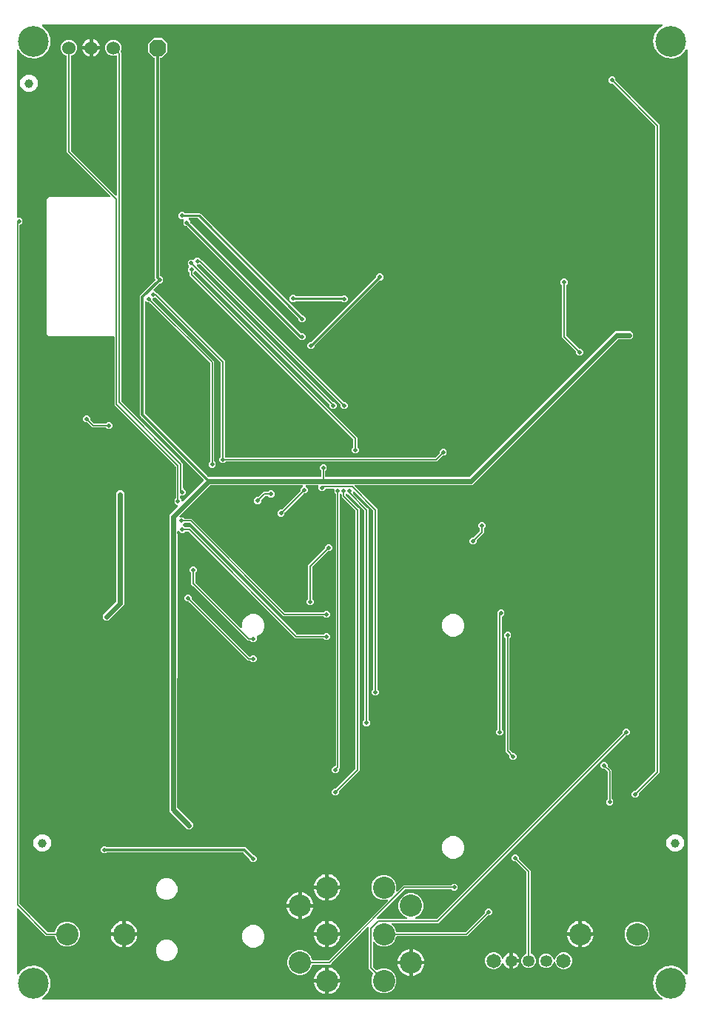
<source format=gbr>
G04 EAGLE Gerber RS-274X export*
G75*
%MOMM*%
%FSLAX34Y34*%
%LPD*%
%INTop Copper*%
%IPPOS*%
%AMOC8*
5,1,8,0,0,1.08239X$1,22.5*%
G01*
%ADD10C,1.524000*%
%ADD11C,3.516000*%
%ADD12C,1.000000*%
%ADD13P,2.089446X8X202.500000*%
%ADD14C,1.650000*%
%ADD15C,1.350000*%
%ADD16C,2.540000*%
%ADD17C,0.508000*%
%ADD18C,0.152400*%
%ADD19C,0.304800*%
%ADD20C,0.609600*%
%ADD21C,0.254000*%

G36*
X739129Y3813D02*
X739129Y3813D01*
X739148Y3811D01*
X739269Y3833D01*
X739391Y3851D01*
X739409Y3859D01*
X739428Y3862D01*
X739538Y3917D01*
X739650Y3967D01*
X739665Y3979D01*
X739683Y3988D01*
X739774Y4071D01*
X739867Y4150D01*
X739878Y4167D01*
X739893Y4180D01*
X739957Y4285D01*
X740025Y4387D01*
X740031Y4406D01*
X740041Y4422D01*
X740074Y4541D01*
X740111Y4658D01*
X740111Y4678D01*
X740116Y4697D01*
X740115Y4819D01*
X740118Y4942D01*
X740113Y4961D01*
X740113Y4981D01*
X740077Y5099D01*
X740046Y5217D01*
X740036Y5234D01*
X740031Y5253D01*
X739964Y5356D01*
X739901Y5462D01*
X739887Y5475D01*
X739876Y5492D01*
X739819Y5538D01*
X739694Y5656D01*
X739648Y5680D01*
X739617Y5705D01*
X735825Y7895D01*
X730903Y14669D01*
X729162Y22860D01*
X730903Y31051D01*
X735825Y37826D01*
X743077Y42012D01*
X751405Y42888D01*
X759369Y40300D01*
X765592Y34697D01*
X766407Y32867D01*
X766445Y32806D01*
X766475Y32739D01*
X766520Y32686D01*
X766557Y32626D01*
X766612Y32578D01*
X766659Y32522D01*
X766717Y32484D01*
X766769Y32437D01*
X766835Y32405D01*
X766895Y32365D01*
X766962Y32344D01*
X767025Y32313D01*
X767097Y32301D01*
X767166Y32279D01*
X767236Y32277D01*
X767305Y32265D01*
X767378Y32274D01*
X767450Y32272D01*
X767518Y32289D01*
X767588Y32297D01*
X767655Y32325D01*
X767725Y32344D01*
X767786Y32379D01*
X767851Y32406D01*
X767907Y32452D01*
X767970Y32489D01*
X768018Y32540D01*
X768073Y32584D01*
X768115Y32643D01*
X768164Y32696D01*
X768196Y32759D01*
X768237Y32816D01*
X768261Y32884D01*
X768294Y32949D01*
X768304Y33008D01*
X768330Y33084D01*
X768337Y33205D01*
X768349Y33280D01*
X768349Y1089400D01*
X768339Y1089472D01*
X768339Y1089544D01*
X768319Y1089612D01*
X768309Y1089681D01*
X768280Y1089747D01*
X768259Y1089817D01*
X768222Y1089877D01*
X768193Y1089941D01*
X768146Y1089996D01*
X768107Y1090058D01*
X768055Y1090104D01*
X768010Y1090158D01*
X767949Y1090198D01*
X767895Y1090246D01*
X767831Y1090276D01*
X767773Y1090315D01*
X767703Y1090337D01*
X767638Y1090368D01*
X767569Y1090380D01*
X767502Y1090401D01*
X767429Y1090403D01*
X767357Y1090415D01*
X767288Y1090406D01*
X767218Y1090408D01*
X767147Y1090390D01*
X767075Y1090381D01*
X767010Y1090354D01*
X766943Y1090336D01*
X766880Y1090299D01*
X766813Y1090271D01*
X766758Y1090227D01*
X766698Y1090191D01*
X766648Y1090138D01*
X766592Y1090092D01*
X766559Y1090043D01*
X766504Y1089984D01*
X766449Y1089876D01*
X766407Y1089813D01*
X765592Y1087983D01*
X759369Y1082380D01*
X751405Y1079792D01*
X743077Y1080668D01*
X735825Y1084854D01*
X730903Y1091629D01*
X729162Y1099820D01*
X730903Y1108011D01*
X735825Y1114785D01*
X739617Y1116975D01*
X739632Y1116987D01*
X739650Y1116995D01*
X739744Y1117074D01*
X739841Y1117150D01*
X739852Y1117166D01*
X739867Y1117179D01*
X739936Y1117281D01*
X740007Y1117380D01*
X740014Y1117399D01*
X740025Y1117415D01*
X740062Y1117533D01*
X740104Y1117648D01*
X740105Y1117668D01*
X740111Y1117686D01*
X740114Y1117809D01*
X740122Y1117932D01*
X740117Y1117951D01*
X740118Y1117970D01*
X740087Y1118089D01*
X740060Y1118209D01*
X740051Y1118227D01*
X740046Y1118245D01*
X739984Y1118351D01*
X739925Y1118459D01*
X739911Y1118473D01*
X739901Y1118490D01*
X739811Y1118574D01*
X739725Y1118661D01*
X739708Y1118671D01*
X739694Y1118684D01*
X739584Y1118740D01*
X739477Y1118800D01*
X739458Y1118805D01*
X739440Y1118814D01*
X739368Y1118826D01*
X739200Y1118865D01*
X739149Y1118863D01*
X739109Y1118869D01*
X31247Y1118869D01*
X31191Y1118861D01*
X31135Y1118863D01*
X31051Y1118842D01*
X30965Y1118829D01*
X30914Y1118807D01*
X30860Y1118793D01*
X30785Y1118749D01*
X30706Y1118713D01*
X30663Y1118677D01*
X30615Y1118649D01*
X30555Y1118586D01*
X30489Y1118530D01*
X30458Y1118483D01*
X30419Y1118442D01*
X30379Y1118365D01*
X30331Y1118293D01*
X30314Y1118240D01*
X30289Y1118190D01*
X30272Y1118105D01*
X30245Y1118022D01*
X30244Y1117966D01*
X30233Y1117911D01*
X30240Y1117824D01*
X30238Y1117738D01*
X30252Y1117684D01*
X30257Y1117628D01*
X30288Y1117547D01*
X30310Y1117463D01*
X30338Y1117415D01*
X30358Y1117362D01*
X30402Y1117307D01*
X30455Y1117218D01*
X30525Y1117152D01*
X30567Y1117100D01*
X36612Y1111657D01*
X40018Y1104007D01*
X40018Y1095633D01*
X36612Y1087983D01*
X30389Y1082380D01*
X22425Y1079792D01*
X14097Y1080668D01*
X6845Y1084854D01*
X3107Y1089999D01*
X3032Y1090077D01*
X2961Y1090160D01*
X2933Y1090179D01*
X2910Y1090203D01*
X2815Y1090257D01*
X2725Y1090318D01*
X2693Y1090328D01*
X2663Y1090345D01*
X2558Y1090371D01*
X2454Y1090404D01*
X2420Y1090404D01*
X2387Y1090412D01*
X2278Y1090408D01*
X2170Y1090411D01*
X2137Y1090402D01*
X2103Y1090401D01*
X2000Y1090366D01*
X1895Y1090339D01*
X1866Y1090322D01*
X1833Y1090311D01*
X1743Y1090249D01*
X1650Y1090194D01*
X1627Y1090169D01*
X1599Y1090150D01*
X1530Y1090066D01*
X1456Y1089986D01*
X1440Y1089956D01*
X1419Y1089930D01*
X1376Y1089830D01*
X1326Y1089733D01*
X1321Y1089703D01*
X1306Y1089669D01*
X1279Y1089452D01*
X1271Y1089402D01*
X1271Y899160D01*
X1279Y899102D01*
X1277Y899044D01*
X1299Y898962D01*
X1311Y898878D01*
X1334Y898825D01*
X1349Y898769D01*
X1392Y898696D01*
X1427Y898619D01*
X1465Y898574D01*
X1494Y898524D01*
X1556Y898466D01*
X1610Y898402D01*
X1659Y898370D01*
X1702Y898330D01*
X1777Y898291D01*
X1847Y898244D01*
X1903Y898227D01*
X1955Y898200D01*
X2023Y898189D01*
X2118Y898159D01*
X2218Y898156D01*
X2286Y898145D01*
X5494Y898145D01*
X7875Y895764D01*
X7875Y892396D01*
X5494Y890015D01*
X5334Y890015D01*
X5276Y890007D01*
X5218Y890009D01*
X5136Y889987D01*
X5052Y889975D01*
X4999Y889952D01*
X4943Y889937D01*
X4870Y889894D01*
X4793Y889859D01*
X4748Y889821D01*
X4698Y889792D01*
X4640Y889730D01*
X4576Y889676D01*
X4544Y889627D01*
X4504Y889584D01*
X4465Y889509D01*
X4418Y889439D01*
X4401Y889383D01*
X4374Y889331D01*
X4363Y889263D01*
X4333Y889168D01*
X4330Y889068D01*
X4319Y889000D01*
X4319Y113636D01*
X4331Y113549D01*
X4334Y113462D01*
X4351Y113409D01*
X4359Y113354D01*
X4394Y113274D01*
X4421Y113191D01*
X4449Y113152D01*
X4475Y113095D01*
X4571Y112982D01*
X4616Y112918D01*
X36210Y81324D01*
X36280Y81272D01*
X36344Y81212D01*
X36393Y81186D01*
X36437Y81153D01*
X36519Y81122D01*
X36597Y81082D01*
X36644Y81074D01*
X36703Y81052D01*
X36850Y81040D01*
X36928Y81027D01*
X43812Y81027D01*
X43814Y81027D01*
X43815Y81027D01*
X43955Y81047D01*
X44094Y81067D01*
X44095Y81067D01*
X44097Y81067D01*
X44223Y81124D01*
X44353Y81183D01*
X44354Y81184D01*
X44356Y81185D01*
X44463Y81276D01*
X44570Y81366D01*
X44571Y81368D01*
X44572Y81369D01*
X44580Y81382D01*
X44728Y81603D01*
X44737Y81632D01*
X44750Y81653D01*
X46881Y86798D01*
X50882Y90799D01*
X56111Y92965D01*
X61769Y92965D01*
X66998Y90799D01*
X70999Y86798D01*
X73165Y81569D01*
X73165Y75911D01*
X70999Y70682D01*
X66998Y66681D01*
X61769Y64515D01*
X56111Y64515D01*
X50882Y66681D01*
X46881Y70682D01*
X44750Y75827D01*
X44749Y75828D01*
X44749Y75829D01*
X44679Y75948D01*
X44606Y76071D01*
X44604Y76072D01*
X44604Y76074D01*
X44500Y76171D01*
X44399Y76267D01*
X44397Y76267D01*
X44396Y76268D01*
X44271Y76332D01*
X44146Y76397D01*
X44145Y76397D01*
X44143Y76398D01*
X44128Y76400D01*
X43867Y76452D01*
X43837Y76449D01*
X43812Y76453D01*
X34613Y76453D01*
X32976Y78090D01*
X3004Y108062D01*
X2980Y108080D01*
X2961Y108102D01*
X2867Y108165D01*
X2777Y108233D01*
X2749Y108244D01*
X2725Y108260D01*
X2617Y108294D01*
X2511Y108334D01*
X2482Y108337D01*
X2454Y108346D01*
X2340Y108349D01*
X2228Y108358D01*
X2199Y108352D01*
X2170Y108353D01*
X2060Y108324D01*
X1949Y108302D01*
X1923Y108288D01*
X1895Y108281D01*
X1797Y108223D01*
X1697Y108171D01*
X1675Y108151D01*
X1650Y108136D01*
X1573Y108053D01*
X1491Y107975D01*
X1476Y107950D01*
X1456Y107929D01*
X1404Y107828D01*
X1347Y107730D01*
X1340Y107702D01*
X1326Y107675D01*
X1313Y107598D01*
X1277Y107454D01*
X1279Y107392D01*
X1271Y107344D01*
X1271Y33278D01*
X1286Y33170D01*
X1294Y33062D01*
X1306Y33030D01*
X1311Y32996D01*
X1355Y32897D01*
X1393Y32795D01*
X1413Y32768D01*
X1427Y32737D01*
X1497Y32654D01*
X1562Y32566D01*
X1589Y32546D01*
X1610Y32520D01*
X1701Y32460D01*
X1787Y32393D01*
X1819Y32381D01*
X1847Y32362D01*
X1951Y32329D01*
X2052Y32290D01*
X2086Y32287D01*
X2118Y32276D01*
X2227Y32274D01*
X2335Y32264D01*
X2368Y32270D01*
X2402Y32269D01*
X2507Y32297D01*
X2614Y32317D01*
X2645Y32332D01*
X2677Y32341D01*
X2771Y32396D01*
X2868Y32446D01*
X2889Y32467D01*
X2922Y32486D01*
X3072Y32646D01*
X3107Y32681D01*
X6845Y37826D01*
X14097Y42012D01*
X22425Y42888D01*
X30389Y40300D01*
X36612Y34697D01*
X40018Y27047D01*
X40018Y18673D01*
X36612Y11023D01*
X30567Y5580D01*
X30531Y5538D01*
X30489Y5501D01*
X30441Y5429D01*
X30385Y5363D01*
X30362Y5311D01*
X30331Y5265D01*
X30305Y5182D01*
X30270Y5103D01*
X30262Y5047D01*
X30245Y4994D01*
X30243Y4907D01*
X30231Y4821D01*
X30240Y4765D01*
X30238Y4710D01*
X30260Y4626D01*
X30273Y4540D01*
X30296Y4489D01*
X30310Y4435D01*
X30354Y4360D01*
X30390Y4281D01*
X30427Y4238D01*
X30455Y4190D01*
X30519Y4131D01*
X30575Y4065D01*
X30622Y4034D01*
X30662Y3996D01*
X30740Y3956D01*
X30812Y3908D01*
X30866Y3892D01*
X30916Y3866D01*
X30985Y3855D01*
X31084Y3824D01*
X31180Y3822D01*
X31247Y3811D01*
X739109Y3811D01*
X739129Y3813D01*
G37*
%LPC*%
G36*
X196226Y198627D02*
X196226Y198627D01*
X178639Y216214D01*
X178636Y216217D01*
X177038Y217815D01*
X175664Y219190D01*
X175664Y221057D01*
X175664Y221058D01*
X175664Y223394D01*
X175665Y223398D01*
X175752Y515849D01*
X175751Y515861D01*
X175753Y518159D01*
X175753Y518160D01*
X175754Y520467D01*
X175755Y520477D01*
X175767Y532110D01*
X175767Y532115D01*
X175767Y532119D01*
X175593Y553742D01*
X175581Y553824D01*
X175578Y553908D01*
X175574Y553919D01*
X175574Y556047D01*
X175574Y556051D01*
X175574Y556055D01*
X175559Y557946D01*
X176900Y559287D01*
X176903Y559290D01*
X176906Y559292D01*
X178422Y560834D01*
X178468Y560873D01*
X178532Y560918D01*
X185347Y567734D01*
X185365Y567758D01*
X185387Y567777D01*
X185450Y567871D01*
X185518Y567961D01*
X185529Y567989D01*
X185545Y568013D01*
X185579Y568121D01*
X185619Y568227D01*
X185622Y568256D01*
X185631Y568284D01*
X185634Y568398D01*
X185643Y568510D01*
X185637Y568539D01*
X185638Y568568D01*
X185609Y568678D01*
X185587Y568789D01*
X185574Y568815D01*
X185566Y568843D01*
X185508Y568941D01*
X185456Y569041D01*
X185436Y569063D01*
X185421Y569088D01*
X185338Y569165D01*
X185260Y569247D01*
X185235Y569262D01*
X185214Y569282D01*
X185113Y569334D01*
X185015Y569391D01*
X184987Y569398D01*
X184960Y569412D01*
X184883Y569425D01*
X184740Y569461D01*
X184677Y569459D01*
X184629Y569467D01*
X183990Y569467D01*
X181609Y571848D01*
X181609Y575216D01*
X183090Y576696D01*
X183142Y576766D01*
X183202Y576830D01*
X183228Y576879D01*
X183261Y576924D01*
X183283Y576981D01*
X183288Y576988D01*
X183295Y577010D01*
X183332Y577083D01*
X183340Y577131D01*
X183362Y577189D01*
X183366Y577236D01*
X183373Y577259D01*
X183375Y577344D01*
X183387Y577414D01*
X183387Y613058D01*
X183375Y613145D01*
X183372Y613232D01*
X183355Y613285D01*
X183347Y613340D01*
X183312Y613420D01*
X183285Y613503D01*
X183257Y613542D01*
X183231Y613599D01*
X183135Y613712D01*
X183090Y613776D01*
X112920Y683946D01*
X112920Y761339D01*
X112912Y761397D01*
X112914Y761455D01*
X112892Y761537D01*
X112880Y761621D01*
X112857Y761674D01*
X112842Y761730D01*
X112799Y761803D01*
X112764Y761880D01*
X112726Y761925D01*
X112697Y761975D01*
X112635Y762033D01*
X112581Y762097D01*
X112532Y762129D01*
X112489Y762169D01*
X112414Y762208D01*
X112344Y762255D01*
X112288Y762272D01*
X112236Y762299D01*
X112168Y762310D01*
X112073Y762340D01*
X111973Y762343D01*
X111905Y762354D01*
X38158Y762354D01*
X35554Y764958D01*
X35554Y918642D01*
X38158Y921246D01*
X107233Y921246D01*
X107262Y921250D01*
X107291Y921247D01*
X107402Y921270D01*
X107515Y921286D01*
X107541Y921298D01*
X107570Y921303D01*
X107671Y921355D01*
X107774Y921402D01*
X107796Y921421D01*
X107822Y921434D01*
X107905Y921512D01*
X107991Y921585D01*
X108007Y921610D01*
X108029Y921630D01*
X108086Y921728D01*
X108149Y921822D01*
X108158Y921850D01*
X108172Y921875D01*
X108200Y921985D01*
X108234Y922093D01*
X108235Y922123D01*
X108242Y922151D01*
X108239Y922264D01*
X108242Y922377D01*
X108234Y922406D01*
X108233Y922435D01*
X108198Y922543D01*
X108170Y922652D01*
X108155Y922678D01*
X108146Y922706D01*
X108100Y922769D01*
X108025Y922897D01*
X107979Y922940D01*
X107951Y922979D01*
X58673Y972257D01*
X58673Y1082571D01*
X58673Y1082572D01*
X58673Y1082574D01*
X58653Y1082714D01*
X58633Y1082852D01*
X58633Y1082854D01*
X58633Y1082855D01*
X58577Y1082978D01*
X58517Y1083112D01*
X58516Y1083113D01*
X58515Y1083114D01*
X58424Y1083221D01*
X58334Y1083329D01*
X58332Y1083329D01*
X58331Y1083331D01*
X58318Y1083339D01*
X58097Y1083486D01*
X58068Y1083495D01*
X58047Y1083509D01*
X55780Y1084447D01*
X53207Y1087020D01*
X51815Y1090381D01*
X51815Y1094019D01*
X53207Y1097380D01*
X55780Y1099953D01*
X59141Y1101345D01*
X62779Y1101345D01*
X66140Y1099953D01*
X68713Y1097380D01*
X70105Y1094019D01*
X70105Y1090381D01*
X68713Y1087020D01*
X66140Y1084447D01*
X63873Y1083509D01*
X63872Y1083508D01*
X63871Y1083507D01*
X63750Y1083436D01*
X63629Y1083364D01*
X63628Y1083363D01*
X63626Y1083362D01*
X63529Y1083258D01*
X63433Y1083157D01*
X63433Y1083156D01*
X63432Y1083155D01*
X63367Y1083029D01*
X63303Y1082905D01*
X63303Y1082903D01*
X63302Y1082902D01*
X63300Y1082887D01*
X63248Y1082626D01*
X63251Y1082595D01*
X63247Y1082571D01*
X63247Y974572D01*
X63259Y974485D01*
X63262Y974398D01*
X63279Y974345D01*
X63287Y974290D01*
X63322Y974210D01*
X63349Y974127D01*
X63377Y974088D01*
X63403Y974031D01*
X63499Y973917D01*
X63544Y973854D01*
X114235Y923163D01*
X114259Y923145D01*
X114278Y923123D01*
X114372Y923060D01*
X114462Y922992D01*
X114490Y922981D01*
X114514Y922965D01*
X114622Y922931D01*
X114728Y922890D01*
X114757Y922888D01*
X114785Y922879D01*
X114899Y922876D01*
X115011Y922867D01*
X115040Y922873D01*
X115069Y922872D01*
X115179Y922901D01*
X115290Y922923D01*
X115316Y922936D01*
X115344Y922944D01*
X115442Y923002D01*
X115542Y923054D01*
X115564Y923074D01*
X115589Y923089D01*
X115666Y923172D01*
X115748Y923250D01*
X115763Y923275D01*
X115783Y923296D01*
X115835Y923397D01*
X115892Y923495D01*
X115899Y923523D01*
X115913Y923549D01*
X115926Y923627D01*
X115962Y923770D01*
X115960Y923833D01*
X115968Y923880D01*
X115968Y1082526D01*
X115952Y1082639D01*
X115942Y1082754D01*
X115932Y1082780D01*
X115928Y1082807D01*
X115881Y1082912D01*
X115840Y1083019D01*
X115824Y1083041D01*
X115812Y1083066D01*
X115738Y1083154D01*
X115669Y1083246D01*
X115646Y1083262D01*
X115629Y1083283D01*
X115533Y1083347D01*
X115441Y1083416D01*
X115415Y1083426D01*
X115392Y1083441D01*
X115282Y1083476D01*
X115175Y1083516D01*
X115147Y1083518D01*
X115121Y1083527D01*
X115006Y1083530D01*
X114892Y1083539D01*
X114867Y1083533D01*
X114837Y1083534D01*
X114580Y1083467D01*
X114564Y1083463D01*
X113579Y1083055D01*
X109941Y1083055D01*
X106580Y1084447D01*
X104007Y1087020D01*
X102615Y1090381D01*
X102615Y1094019D01*
X104007Y1097380D01*
X106580Y1099953D01*
X109941Y1101345D01*
X113579Y1101345D01*
X116940Y1099953D01*
X119513Y1097380D01*
X120905Y1094019D01*
X120905Y1090381D01*
X119966Y1088114D01*
X119965Y1088113D01*
X119965Y1088111D01*
X119930Y1087974D01*
X119895Y1087839D01*
X119895Y1087837D01*
X119895Y1087836D01*
X119899Y1087695D01*
X119903Y1087555D01*
X119904Y1087553D01*
X119904Y1087552D01*
X119947Y1087416D01*
X119990Y1087284D01*
X119991Y1087283D01*
X119991Y1087281D01*
X120000Y1087269D01*
X120148Y1087048D01*
X120171Y1087028D01*
X120186Y1087008D01*
X120542Y1086652D01*
X120542Y688293D01*
X120554Y688206D01*
X120557Y688119D01*
X120574Y688066D01*
X120582Y688011D01*
X120617Y687931D01*
X120644Y687848D01*
X120672Y687809D01*
X120698Y687752D01*
X120794Y687639D01*
X120839Y687575D01*
X189677Y618737D01*
X191314Y617100D01*
X191314Y589280D01*
X191322Y589222D01*
X191320Y589164D01*
X191342Y589082D01*
X191354Y588998D01*
X191378Y588945D01*
X191392Y588889D01*
X191435Y588816D01*
X191470Y588739D01*
X191508Y588694D01*
X191538Y588644D01*
X191599Y588586D01*
X191654Y588522D01*
X191702Y588490D01*
X191745Y588450D01*
X191820Y588411D01*
X191890Y588364D01*
X191946Y588347D01*
X191998Y588320D01*
X192066Y588309D01*
X192161Y588279D01*
X192170Y588278D01*
X194565Y585884D01*
X194565Y582516D01*
X192184Y580135D01*
X188976Y580135D01*
X188918Y580127D01*
X188860Y580129D01*
X188778Y580107D01*
X188694Y580095D01*
X188641Y580072D01*
X188585Y580057D01*
X188512Y580014D01*
X188435Y579979D01*
X188390Y579941D01*
X188340Y579912D01*
X188282Y579850D01*
X188218Y579796D01*
X188186Y579747D01*
X188146Y579704D01*
X188107Y579629D01*
X188060Y579559D01*
X188043Y579503D01*
X188016Y579451D01*
X188005Y579383D01*
X187975Y579288D01*
X187972Y579188D01*
X187961Y579120D01*
X187961Y577414D01*
X187969Y577358D01*
X187967Y577311D01*
X187974Y577284D01*
X187976Y577240D01*
X187993Y577188D01*
X188001Y577133D01*
X188032Y577062D01*
X188039Y577036D01*
X188045Y577026D01*
X188063Y576970D01*
X188091Y576930D01*
X188117Y576873D01*
X188180Y576799D01*
X188184Y576791D01*
X188194Y576783D01*
X188213Y576760D01*
X188258Y576696D01*
X189739Y575216D01*
X189739Y574577D01*
X189743Y574547D01*
X189740Y574518D01*
X189763Y574407D01*
X189779Y574295D01*
X189791Y574268D01*
X189796Y574240D01*
X189848Y574139D01*
X189895Y574036D01*
X189914Y574013D01*
X189927Y573987D01*
X190005Y573905D01*
X190078Y573819D01*
X190103Y573802D01*
X190123Y573781D01*
X190221Y573724D01*
X190315Y573661D01*
X190343Y573652D01*
X190368Y573637D01*
X190478Y573610D01*
X190586Y573575D01*
X190616Y573575D01*
X190644Y573567D01*
X190757Y573571D01*
X190870Y573568D01*
X190899Y573575D01*
X190928Y573576D01*
X191036Y573611D01*
X191145Y573640D01*
X191171Y573655D01*
X191199Y573664D01*
X191262Y573709D01*
X191390Y573785D01*
X191433Y573831D01*
X191472Y573859D01*
X214873Y597260D01*
X214908Y597306D01*
X214950Y597347D01*
X214993Y597420D01*
X215044Y597487D01*
X215065Y597542D01*
X215094Y597592D01*
X215115Y597674D01*
X215145Y597753D01*
X215150Y597811D01*
X215164Y597868D01*
X215162Y597952D01*
X215169Y598036D01*
X215157Y598093D01*
X215155Y598152D01*
X215129Y598232D01*
X215113Y598315D01*
X215086Y598367D01*
X215068Y598422D01*
X215028Y598478D01*
X214982Y598567D01*
X214913Y598639D01*
X214873Y598696D01*
X143815Y669754D01*
X143814Y669754D01*
X141731Y671837D01*
X141731Y808475D01*
X143814Y810558D01*
X143815Y810558D01*
X159563Y826306D01*
X159598Y826353D01*
X159640Y826393D01*
X159683Y826466D01*
X159733Y826533D01*
X159754Y826588D01*
X159784Y826638D01*
X159805Y826720D01*
X159835Y826799D01*
X159840Y826857D01*
X159854Y826914D01*
X159851Y826998D01*
X159858Y827082D01*
X159847Y827140D01*
X159845Y827198D01*
X159819Y827278D01*
X159802Y827361D01*
X159775Y827413D01*
X159757Y827469D01*
X159717Y827525D01*
X159671Y827613D01*
X159603Y827686D01*
X159563Y827742D01*
X159003Y828301D01*
X159003Y1080008D01*
X158996Y1080061D01*
X158997Y1080092D01*
X158996Y1080095D01*
X158997Y1080124D01*
X158975Y1080206D01*
X158963Y1080290D01*
X158940Y1080343D01*
X158925Y1080399D01*
X158882Y1080472D01*
X158847Y1080549D01*
X158809Y1080594D01*
X158780Y1080644D01*
X158718Y1080702D01*
X158664Y1080766D01*
X158615Y1080798D01*
X158572Y1080838D01*
X158497Y1080877D01*
X158427Y1080924D01*
X158371Y1080941D01*
X158319Y1080968D01*
X158251Y1080979D01*
X158156Y1081009D01*
X158056Y1081012D01*
X157988Y1081023D01*
X157930Y1081023D01*
X151383Y1087570D01*
X151383Y1096830D01*
X157930Y1103377D01*
X167190Y1103377D01*
X173737Y1096830D01*
X173737Y1087570D01*
X167190Y1081023D01*
X166116Y1081023D01*
X166058Y1081015D01*
X166000Y1081017D01*
X165918Y1080995D01*
X165834Y1080983D01*
X165781Y1080960D01*
X165725Y1080945D01*
X165652Y1080902D01*
X165575Y1080867D01*
X165530Y1080829D01*
X165480Y1080800D01*
X165422Y1080738D01*
X165358Y1080684D01*
X165326Y1080635D01*
X165286Y1080592D01*
X165247Y1080517D01*
X165200Y1080447D01*
X165183Y1080391D01*
X165156Y1080339D01*
X165145Y1080271D01*
X165115Y1080176D01*
X165112Y1080076D01*
X165101Y1080008D01*
X165101Y832104D01*
X165109Y832046D01*
X165107Y831988D01*
X165129Y831906D01*
X165141Y831822D01*
X165164Y831769D01*
X165179Y831713D01*
X165222Y831640D01*
X165257Y831563D01*
X165295Y831518D01*
X165324Y831468D01*
X165386Y831410D01*
X165440Y831346D01*
X165489Y831314D01*
X165532Y831274D01*
X165607Y831235D01*
X165677Y831188D01*
X165733Y831171D01*
X165785Y831144D01*
X165853Y831133D01*
X165948Y831103D01*
X166048Y831100D01*
X166116Y831089D01*
X166276Y831089D01*
X168657Y828708D01*
X168657Y825340D01*
X166276Y822959D01*
X165259Y822959D01*
X165173Y822947D01*
X165085Y822944D01*
X165033Y822927D01*
X164978Y822919D01*
X164898Y822884D01*
X164815Y822857D01*
X164776Y822829D01*
X164718Y822803D01*
X164605Y822707D01*
X164541Y822662D01*
X157937Y816058D01*
X157920Y816034D01*
X157897Y816015D01*
X157835Y815921D01*
X157767Y815831D01*
X157756Y815803D01*
X157740Y815779D01*
X157706Y815671D01*
X157665Y815565D01*
X157663Y815536D01*
X157654Y815508D01*
X157651Y815394D01*
X157642Y815282D01*
X157647Y815253D01*
X157647Y815224D01*
X157675Y815114D01*
X157698Y815003D01*
X157711Y814977D01*
X157719Y814949D01*
X157776Y814851D01*
X157829Y814751D01*
X157849Y814729D01*
X157864Y814704D01*
X157946Y814627D01*
X158024Y814545D01*
X158050Y814530D01*
X158071Y814510D01*
X158172Y814458D01*
X158270Y814401D01*
X158298Y814394D01*
X158324Y814380D01*
X158402Y814367D01*
X158545Y814331D01*
X158608Y814333D01*
X158655Y814325D01*
X159164Y814325D01*
X160644Y812844D01*
X160714Y812792D01*
X160778Y812732D01*
X160787Y812727D01*
X239379Y734135D01*
X239379Y625310D01*
X239391Y625223D01*
X239394Y625136D01*
X239411Y625083D01*
X239419Y625028D01*
X239455Y624948D01*
X239482Y624865D01*
X239510Y624826D01*
X239535Y624769D01*
X239631Y624656D01*
X239677Y624592D01*
X240257Y624012D01*
X240327Y623959D01*
X240391Y623899D01*
X240440Y623874D01*
X240484Y623841D01*
X240566Y623810D01*
X240644Y623770D01*
X240691Y623762D01*
X240750Y623739D01*
X240897Y623727D01*
X240975Y623714D01*
X479090Y623714D01*
X479176Y623726D01*
X479264Y623729D01*
X479316Y623746D01*
X479371Y623754D01*
X479451Y623790D01*
X479534Y623817D01*
X479574Y623845D01*
X479631Y623870D01*
X479744Y623966D01*
X479808Y624012D01*
X484588Y628792D01*
X484640Y628862D01*
X484700Y628926D01*
X484726Y628975D01*
X484759Y629019D01*
X484790Y629101D01*
X484830Y629179D01*
X484838Y629226D01*
X484860Y629285D01*
X484872Y629432D01*
X484885Y629510D01*
X484885Y631604D01*
X487266Y633985D01*
X490634Y633985D01*
X493015Y631604D01*
X493015Y628236D01*
X490634Y625855D01*
X488540Y625855D01*
X488453Y625843D01*
X488366Y625840D01*
X488313Y625823D01*
X488258Y625815D01*
X488178Y625780D01*
X488095Y625753D01*
X488056Y625725D01*
X487999Y625699D01*
X487886Y625603D01*
X487822Y625558D01*
X481405Y619141D01*
X240975Y619141D01*
X240888Y619129D01*
X240801Y619126D01*
X240748Y619109D01*
X240693Y619101D01*
X240613Y619065D01*
X240530Y619038D01*
X240491Y619010D01*
X240434Y618985D01*
X240321Y618889D01*
X240257Y618843D01*
X238776Y617363D01*
X235409Y617363D01*
X233028Y619744D01*
X233028Y623111D01*
X234508Y624592D01*
X234561Y624662D01*
X234621Y624726D01*
X234646Y624775D01*
X234679Y624819D01*
X234710Y624901D01*
X234750Y624979D01*
X234758Y625026D01*
X234781Y625085D01*
X234793Y625232D01*
X234806Y625310D01*
X234806Y731820D01*
X234794Y731906D01*
X234791Y731994D01*
X234774Y732046D01*
X234766Y732101D01*
X234730Y732181D01*
X234703Y732264D01*
X234675Y732304D01*
X234650Y732361D01*
X234554Y732474D01*
X234508Y732538D01*
X160725Y806321D01*
X160679Y806356D01*
X160638Y806399D01*
X160565Y806441D01*
X160498Y806492D01*
X160443Y806513D01*
X160393Y806542D01*
X160311Y806563D01*
X160232Y806593D01*
X160174Y806598D01*
X160117Y806612D01*
X160033Y806610D01*
X159949Y806617D01*
X159892Y806605D01*
X159833Y806603D01*
X159753Y806577D01*
X159670Y806561D01*
X159618Y806534D01*
X159563Y806516D01*
X159506Y806476D01*
X159418Y806430D01*
X159346Y806361D01*
X159289Y806321D01*
X159164Y806195D01*
X157480Y806195D01*
X157422Y806187D01*
X157364Y806189D01*
X157282Y806167D01*
X157198Y806155D01*
X157145Y806132D01*
X157089Y806117D01*
X157016Y806074D01*
X156939Y806039D01*
X156894Y806001D01*
X156844Y805972D01*
X156786Y805910D01*
X156722Y805856D01*
X156690Y805807D01*
X156650Y805764D01*
X156611Y805689D01*
X156564Y805619D01*
X156547Y805563D01*
X156520Y805511D01*
X156509Y805443D01*
X156479Y805348D01*
X156476Y805248D01*
X156465Y805180D01*
X156465Y804770D01*
X156477Y804683D01*
X156480Y804596D01*
X156497Y804543D01*
X156505Y804488D01*
X156540Y804408D01*
X156567Y804325D01*
X156595Y804286D01*
X156621Y804229D01*
X156717Y804116D01*
X156762Y804052D01*
X227077Y733737D01*
X227077Y619832D01*
X227089Y619746D01*
X227092Y619658D01*
X227109Y619606D01*
X227117Y619551D01*
X227152Y619471D01*
X227179Y619388D01*
X227207Y619348D01*
X227233Y619291D01*
X227329Y619178D01*
X227374Y619114D01*
X228855Y617634D01*
X228855Y614266D01*
X226474Y611885D01*
X223106Y611885D01*
X220725Y614266D01*
X220725Y617634D01*
X222206Y619114D01*
X222258Y619184D01*
X222318Y619248D01*
X222344Y619297D01*
X222377Y619342D01*
X222408Y619423D01*
X222448Y619501D01*
X222456Y619549D01*
X222478Y619607D01*
X222490Y619755D01*
X222503Y619832D01*
X222503Y731422D01*
X222491Y731509D01*
X222488Y731596D01*
X222471Y731649D01*
X222463Y731704D01*
X222428Y731784D01*
X222401Y731867D01*
X222373Y731906D01*
X222347Y731963D01*
X222251Y732076D01*
X222206Y732140D01*
X153528Y800818D01*
X153458Y800870D01*
X153394Y800930D01*
X153345Y800956D01*
X153301Y800989D01*
X153219Y801020D01*
X153141Y801060D01*
X153094Y801068D01*
X153035Y801090D01*
X152888Y801102D01*
X152810Y801115D01*
X150716Y801115D01*
X149562Y802270D01*
X149538Y802287D01*
X149519Y802310D01*
X149425Y802373D01*
X149335Y802441D01*
X149307Y802451D01*
X149283Y802467D01*
X149175Y802502D01*
X149069Y802542D01*
X149040Y802544D01*
X149012Y802553D01*
X148898Y802556D01*
X148786Y802565D01*
X148757Y802560D01*
X148728Y802560D01*
X148618Y802532D01*
X148507Y802510D01*
X148481Y802496D01*
X148453Y802489D01*
X148355Y802431D01*
X148255Y802379D01*
X148233Y802358D01*
X148208Y802343D01*
X148131Y802261D01*
X148049Y802183D01*
X148034Y802157D01*
X148014Y802136D01*
X147962Y802035D01*
X147905Y801937D01*
X147898Y801909D01*
X147884Y801883D01*
X147871Y801806D01*
X147835Y801662D01*
X147837Y801599D01*
X147829Y801552D01*
X147829Y674783D01*
X147841Y674697D01*
X147844Y674609D01*
X147861Y674557D01*
X147869Y674502D01*
X147904Y674422D01*
X147931Y674339D01*
X147959Y674300D01*
X147985Y674242D01*
X148081Y674129D01*
X148126Y674065D01*
X220421Y601770D01*
X220491Y601718D01*
X220555Y601658D01*
X220605Y601632D01*
X220649Y601599D01*
X220730Y601568D01*
X220808Y601528D01*
X220856Y601520D01*
X220914Y601498D01*
X221062Y601486D01*
X221139Y601473D01*
X348488Y601473D01*
X348546Y601481D01*
X348604Y601479D01*
X348686Y601501D01*
X348770Y601513D01*
X348823Y601536D01*
X348879Y601551D01*
X348952Y601594D01*
X349029Y601629D01*
X349074Y601667D01*
X349124Y601696D01*
X349182Y601758D01*
X349246Y601812D01*
X349278Y601861D01*
X349318Y601904D01*
X349357Y601979D01*
X349404Y602049D01*
X349421Y602105D01*
X349448Y602157D01*
X349459Y602225D01*
X349489Y602320D01*
X349492Y602420D01*
X349503Y602488D01*
X349503Y608258D01*
X349491Y608344D01*
X349488Y608432D01*
X349471Y608484D01*
X349463Y608539D01*
X349428Y608619D01*
X349401Y608702D01*
X349373Y608742D01*
X349347Y608799D01*
X349251Y608912D01*
X349206Y608976D01*
X347725Y610456D01*
X347725Y613824D01*
X350106Y616205D01*
X353474Y616205D01*
X355855Y613824D01*
X355855Y610456D01*
X354374Y608976D01*
X354322Y608906D01*
X354262Y608842D01*
X354236Y608793D01*
X354203Y608748D01*
X354172Y608667D01*
X354132Y608589D01*
X354124Y608541D01*
X354102Y608483D01*
X354090Y608335D01*
X354077Y608258D01*
X354077Y602488D01*
X354085Y602430D01*
X354083Y602372D01*
X354105Y602290D01*
X354117Y602206D01*
X354140Y602153D01*
X354155Y602097D01*
X354198Y602024D01*
X354233Y601947D01*
X354271Y601902D01*
X354300Y601852D01*
X354362Y601794D01*
X354416Y601730D01*
X354465Y601698D01*
X354508Y601658D01*
X354583Y601619D01*
X354653Y601572D01*
X354709Y601555D01*
X354761Y601528D01*
X354829Y601517D01*
X354924Y601487D01*
X355024Y601484D01*
X355092Y601473D01*
X518385Y601473D01*
X518472Y601485D01*
X518559Y601488D01*
X518612Y601505D01*
X518667Y601513D01*
X518747Y601548D01*
X518830Y601575D01*
X518869Y601603D01*
X518926Y601629D01*
X519040Y601725D01*
X519103Y601770D01*
X685326Y767993D01*
X703696Y767993D01*
X706375Y765314D01*
X706375Y761526D01*
X703696Y758847D01*
X689535Y758847D01*
X689448Y758835D01*
X689361Y758832D01*
X689308Y758815D01*
X689253Y758807D01*
X689173Y758772D01*
X689090Y758745D01*
X689051Y758717D01*
X688994Y758691D01*
X688880Y758595D01*
X688817Y758550D01*
X522594Y592327D01*
X388718Y592327D01*
X388689Y592323D01*
X388659Y592326D01*
X388548Y592303D01*
X388436Y592287D01*
X388409Y592275D01*
X388381Y592270D01*
X388280Y592218D01*
X388177Y592171D01*
X388154Y592152D01*
X388128Y592139D01*
X388046Y592061D01*
X387960Y591988D01*
X387943Y591963D01*
X387922Y591943D01*
X387865Y591845D01*
X387802Y591751D01*
X387793Y591723D01*
X387779Y591698D01*
X387751Y591588D01*
X387716Y591480D01*
X387716Y591450D01*
X387708Y591422D01*
X387712Y591309D01*
X387709Y591196D01*
X387717Y591167D01*
X387717Y591138D01*
X387752Y591030D01*
X387781Y590921D01*
X387796Y590895D01*
X387805Y590867D01*
X387850Y590804D01*
X387926Y590676D01*
X387972Y590633D01*
X388000Y590594D01*
X413767Y564827D01*
X413767Y359482D01*
X413779Y359396D01*
X413782Y359308D01*
X413799Y359256D01*
X413807Y359201D01*
X413842Y359121D01*
X413869Y359038D01*
X413897Y358998D01*
X413923Y358941D01*
X414019Y358828D01*
X414064Y358764D01*
X415545Y357284D01*
X415545Y353916D01*
X413164Y351535D01*
X409796Y351535D01*
X407415Y353916D01*
X407415Y357284D01*
X408896Y358764D01*
X408948Y358834D01*
X409008Y358898D01*
X409034Y358947D01*
X409067Y358992D01*
X409098Y359073D01*
X409138Y359151D01*
X409146Y359199D01*
X409168Y359257D01*
X409180Y359405D01*
X409193Y359482D01*
X409193Y562512D01*
X409181Y562599D01*
X409178Y562686D01*
X409161Y562739D01*
X409153Y562794D01*
X409118Y562874D01*
X409091Y562957D01*
X409063Y562996D01*
X409037Y563053D01*
X408941Y563166D01*
X408896Y563230D01*
X387560Y584566D01*
X387536Y584584D01*
X387517Y584606D01*
X387423Y584669D01*
X387333Y584737D01*
X387305Y584748D01*
X387281Y584764D01*
X387173Y584798D01*
X387067Y584838D01*
X387038Y584841D01*
X387010Y584850D01*
X386896Y584853D01*
X386784Y584862D01*
X386755Y584856D01*
X386726Y584857D01*
X386616Y584828D01*
X386505Y584806D01*
X386479Y584792D01*
X386451Y584785D01*
X386353Y584727D01*
X386253Y584675D01*
X386231Y584655D01*
X386206Y584640D01*
X386129Y584557D01*
X386047Y584479D01*
X386032Y584454D01*
X386012Y584433D01*
X385960Y584332D01*
X385903Y584234D01*
X385896Y584206D01*
X385882Y584179D01*
X385869Y584102D01*
X385833Y583958D01*
X385835Y583896D01*
X385827Y583848D01*
X385827Y583637D01*
X385808Y583588D01*
X385778Y583538D01*
X385758Y583456D01*
X385728Y583377D01*
X385723Y583319D01*
X385708Y583262D01*
X385711Y583178D01*
X385704Y583094D01*
X385715Y583037D01*
X385717Y582978D01*
X385743Y582898D01*
X385760Y582815D01*
X385787Y582763D01*
X385805Y582708D01*
X385845Y582651D01*
X385891Y582563D01*
X385960Y582490D01*
X386000Y582434D01*
X401970Y566464D01*
X403607Y564827D01*
X403607Y324303D01*
X403619Y324217D01*
X403622Y324129D01*
X403639Y324077D01*
X403647Y324022D01*
X403682Y323942D01*
X403709Y323859D01*
X403737Y323819D01*
X403763Y323762D01*
X403859Y323649D01*
X403904Y323585D01*
X405385Y322105D01*
X405385Y318737D01*
X403004Y316356D01*
X399636Y316356D01*
X397255Y318737D01*
X397255Y322105D01*
X398736Y323585D01*
X398788Y323655D01*
X398848Y323719D01*
X398874Y323768D01*
X398907Y323813D01*
X398938Y323894D01*
X398978Y323972D01*
X398986Y324020D01*
X399008Y324078D01*
X399020Y324226D01*
X399033Y324303D01*
X399033Y562512D01*
X399021Y562599D01*
X399018Y562686D01*
X399001Y562739D01*
X398993Y562794D01*
X398958Y562874D01*
X398931Y562957D01*
X398903Y562996D01*
X398877Y563053D01*
X398781Y563166D01*
X398736Y563230D01*
X380947Y581019D01*
X380878Y581071D01*
X380814Y581131D01*
X380764Y581156D01*
X380720Y581190D01*
X380639Y581221D01*
X380561Y581261D01*
X380513Y581268D01*
X380455Y581291D01*
X380307Y581303D01*
X380230Y581316D01*
X380078Y581316D01*
X379178Y582216D01*
X379154Y582234D01*
X379135Y582256D01*
X379111Y582273D01*
X379091Y582294D01*
X379064Y582310D01*
X379055Y582318D01*
X379017Y582338D01*
X378951Y582387D01*
X378923Y582398D01*
X378899Y582414D01*
X378871Y582423D01*
X378846Y582438D01*
X378764Y582458D01*
X378685Y582489D01*
X378656Y582491D01*
X378628Y582500D01*
X378599Y582501D01*
X378570Y582508D01*
X378486Y582505D01*
X378402Y582512D01*
X378373Y582506D01*
X378344Y582507D01*
X378315Y582500D01*
X378286Y582499D01*
X378206Y582473D01*
X378123Y582456D01*
X378097Y582443D01*
X378069Y582435D01*
X378043Y582420D01*
X378015Y582411D01*
X377959Y582371D01*
X377871Y582325D01*
X377849Y582305D01*
X377824Y582290D01*
X377781Y582244D01*
X377742Y582216D01*
X377707Y582170D01*
X377665Y582129D01*
X377650Y582104D01*
X377630Y582083D01*
X377604Y582033D01*
X377571Y581989D01*
X377551Y581937D01*
X377544Y581927D01*
X377543Y581922D01*
X377521Y581884D01*
X377514Y581856D01*
X377500Y581830D01*
X377492Y581782D01*
X377470Y581724D01*
X377466Y581680D01*
X377459Y581656D01*
X377458Y581638D01*
X377451Y581609D01*
X377453Y581546D01*
X377445Y581499D01*
X377445Y581250D01*
X377457Y581163D01*
X377460Y581076D01*
X377477Y581023D01*
X377485Y580968D01*
X377520Y580888D01*
X377547Y580805D01*
X377575Y580766D01*
X377601Y580709D01*
X377697Y580596D01*
X377742Y580532D01*
X391810Y566464D01*
X393447Y564827D01*
X393447Y265753D01*
X370122Y242428D01*
X370070Y242358D01*
X370010Y242294D01*
X369984Y242245D01*
X369951Y242201D01*
X369920Y242119D01*
X369880Y242041D01*
X369872Y241994D01*
X369850Y241935D01*
X369838Y241788D01*
X369825Y241710D01*
X369825Y239616D01*
X367444Y237235D01*
X364076Y237235D01*
X361695Y239616D01*
X361695Y242984D01*
X364076Y245365D01*
X366170Y245365D01*
X366257Y245377D01*
X366344Y245380D01*
X366397Y245397D01*
X366452Y245405D01*
X366532Y245440D01*
X366615Y245467D01*
X366654Y245495D01*
X366711Y245521D01*
X366824Y245617D01*
X366888Y245662D01*
X388576Y267350D01*
X388628Y267420D01*
X388688Y267484D01*
X388714Y267533D01*
X388747Y267577D01*
X388778Y267659D01*
X388818Y267737D01*
X388826Y267784D01*
X388848Y267843D01*
X388860Y267990D01*
X388873Y268068D01*
X388873Y562512D01*
X388861Y562599D01*
X388858Y562686D01*
X388841Y562739D01*
X388833Y562794D01*
X388798Y562874D01*
X388771Y562957D01*
X388743Y562996D01*
X388717Y563053D01*
X388621Y563166D01*
X388576Y563230D01*
X374508Y577298D01*
X372871Y578935D01*
X372871Y581245D01*
X372864Y581294D01*
X372866Y581344D01*
X372844Y581434D01*
X372831Y581526D01*
X372811Y581572D01*
X372799Y581620D01*
X372753Y581701D01*
X372715Y581786D01*
X372683Y581824D01*
X372658Y581867D01*
X372591Y581932D01*
X372532Y582003D01*
X372490Y582030D01*
X372454Y582065D01*
X372372Y582109D01*
X372295Y582160D01*
X372247Y582175D01*
X372203Y582199D01*
X372112Y582218D01*
X372024Y582246D01*
X371974Y582247D01*
X371925Y582258D01*
X371832Y582251D01*
X371740Y582253D01*
X371691Y582241D01*
X371641Y582237D01*
X371554Y582205D01*
X371465Y582181D01*
X371422Y582156D01*
X371375Y582138D01*
X371300Y582083D01*
X371220Y582036D01*
X371186Y582000D01*
X371146Y581970D01*
X371102Y581910D01*
X371026Y581829D01*
X370985Y581750D01*
X370948Y581699D01*
X370927Y581635D01*
X370896Y581576D01*
X370886Y581513D01*
X370858Y581429D01*
X370853Y581317D01*
X370841Y581245D01*
X370841Y268547D01*
X370122Y267828D01*
X370070Y267758D01*
X370010Y267694D01*
X369984Y267645D01*
X369951Y267601D01*
X369920Y267519D01*
X369880Y267441D01*
X369872Y267394D01*
X369850Y267335D01*
X369838Y267188D01*
X369825Y267110D01*
X369825Y265016D01*
X367444Y262635D01*
X364076Y262635D01*
X361695Y265016D01*
X361695Y268384D01*
X364076Y270765D01*
X365252Y270765D01*
X365310Y270773D01*
X365368Y270771D01*
X365450Y270793D01*
X365534Y270805D01*
X365587Y270828D01*
X365643Y270843D01*
X365716Y270886D01*
X365793Y270921D01*
X365838Y270959D01*
X365888Y270988D01*
X365946Y271050D01*
X366010Y271104D01*
X366042Y271153D01*
X366082Y271196D01*
X366121Y271271D01*
X366168Y271341D01*
X366185Y271397D01*
X366212Y271449D01*
X366223Y271517D01*
X366253Y271612D01*
X366256Y271712D01*
X366267Y271780D01*
X366267Y581245D01*
X366255Y581331D01*
X366252Y581419D01*
X366235Y581471D01*
X366227Y581526D01*
X366192Y581606D01*
X366165Y581689D01*
X366137Y581728D01*
X366111Y581785D01*
X366015Y581899D01*
X365970Y581962D01*
X364489Y583443D01*
X364489Y586994D01*
X364481Y587052D01*
X364483Y587110D01*
X364461Y587192D01*
X364449Y587276D01*
X364426Y587329D01*
X364411Y587385D01*
X364368Y587458D01*
X364333Y587535D01*
X364295Y587580D01*
X364266Y587630D01*
X364204Y587688D01*
X364150Y587752D01*
X364101Y587784D01*
X364058Y587824D01*
X363983Y587863D01*
X363913Y587910D01*
X363857Y587927D01*
X363805Y587954D01*
X363737Y587965D01*
X363642Y587995D01*
X363542Y587998D01*
X363474Y588009D01*
X355418Y588009D01*
X355332Y587997D01*
X355244Y587994D01*
X355192Y587977D01*
X355137Y587969D01*
X355057Y587934D01*
X354974Y587907D01*
X354934Y587879D01*
X354877Y587853D01*
X354764Y587757D01*
X354700Y587712D01*
X352204Y585215D01*
X348836Y585215D01*
X346455Y587596D01*
X346455Y591312D01*
X346447Y591370D01*
X346449Y591428D01*
X346427Y591510D01*
X346415Y591594D01*
X346392Y591647D01*
X346377Y591703D01*
X346334Y591776D01*
X346299Y591853D01*
X346261Y591898D01*
X346232Y591948D01*
X346170Y592006D01*
X346116Y592070D01*
X346067Y592102D01*
X346024Y592142D01*
X345949Y592181D01*
X345879Y592228D01*
X345823Y592245D01*
X345771Y592272D01*
X345703Y592283D01*
X345608Y592313D01*
X345508Y592316D01*
X345440Y592327D01*
X332812Y592327D01*
X332783Y592323D01*
X332754Y592326D01*
X332643Y592303D01*
X332531Y592287D01*
X332504Y592275D01*
X332475Y592270D01*
X332375Y592217D01*
X332271Y592171D01*
X332249Y592152D01*
X332223Y592139D01*
X332141Y592061D01*
X332054Y591988D01*
X332038Y591963D01*
X332017Y591943D01*
X331959Y591845D01*
X331897Y591751D01*
X331888Y591723D01*
X331873Y591698D01*
X331845Y591588D01*
X331811Y591480D01*
X331810Y591450D01*
X331803Y591422D01*
X331806Y591309D01*
X331804Y591196D01*
X331811Y591167D01*
X331812Y591138D01*
X331847Y591030D01*
X331875Y590921D01*
X331890Y590895D01*
X331899Y590867D01*
X331945Y590804D01*
X332021Y590676D01*
X332066Y590633D01*
X332094Y590594D01*
X334265Y588424D01*
X334265Y585056D01*
X331884Y582675D01*
X329790Y582675D01*
X329703Y582663D01*
X329616Y582660D01*
X329563Y582643D01*
X329508Y582635D01*
X329428Y582600D01*
X329345Y582573D01*
X329306Y582545D01*
X329249Y582519D01*
X329136Y582423D01*
X329072Y582378D01*
X307892Y561198D01*
X307840Y561128D01*
X307780Y561064D01*
X307754Y561015D01*
X307721Y560971D01*
X307690Y560889D01*
X307650Y560811D01*
X307642Y560764D01*
X307620Y560705D01*
X307608Y560558D01*
X307595Y560480D01*
X307595Y558386D01*
X305214Y556005D01*
X301846Y556005D01*
X299465Y558386D01*
X299465Y561754D01*
X301846Y564135D01*
X303940Y564135D01*
X304027Y564147D01*
X304114Y564150D01*
X304167Y564167D01*
X304222Y564175D01*
X304302Y564210D01*
X304385Y564237D01*
X304424Y564265D01*
X304481Y564291D01*
X304594Y564387D01*
X304658Y564432D01*
X325838Y585612D01*
X325890Y585682D01*
X325950Y585746D01*
X325976Y585795D01*
X326009Y585839D01*
X326040Y585921D01*
X326080Y585999D01*
X326088Y586046D01*
X326110Y586105D01*
X326122Y586252D01*
X326135Y586330D01*
X326135Y588424D01*
X328306Y590594D01*
X328323Y590618D01*
X328346Y590637D01*
X328409Y590731D01*
X328477Y590821D01*
X328487Y590849D01*
X328503Y590873D01*
X328538Y590981D01*
X328578Y591087D01*
X328580Y591116D01*
X328589Y591144D01*
X328592Y591258D01*
X328601Y591370D01*
X328596Y591399D01*
X328596Y591428D01*
X328568Y591538D01*
X328546Y591649D01*
X328532Y591675D01*
X328525Y591703D01*
X328467Y591801D01*
X328415Y591901D01*
X328394Y591923D01*
X328379Y591948D01*
X328297Y592025D01*
X328219Y592107D01*
X328193Y592122D01*
X328172Y592142D01*
X328071Y592194D01*
X327973Y592251D01*
X327945Y592258D01*
X327919Y592272D01*
X327842Y592285D01*
X327698Y592321D01*
X327635Y592319D01*
X327588Y592327D01*
X223295Y592327D01*
X223208Y592315D01*
X223121Y592312D01*
X223068Y592295D01*
X223013Y592287D01*
X222933Y592252D01*
X222850Y592225D01*
X222811Y592197D01*
X222754Y592171D01*
X222640Y592075D01*
X222577Y592030D01*
X187685Y557138D01*
X187667Y557114D01*
X187645Y557095D01*
X187582Y557001D01*
X187514Y556911D01*
X187503Y556883D01*
X187487Y556859D01*
X187453Y556751D01*
X187413Y556645D01*
X187410Y556616D01*
X187401Y556588D01*
X187398Y556474D01*
X187389Y556362D01*
X187395Y556333D01*
X187394Y556304D01*
X187423Y556194D01*
X187445Y556083D01*
X187458Y556057D01*
X187466Y556029D01*
X187524Y555931D01*
X187576Y555831D01*
X187596Y555809D01*
X187611Y555784D01*
X187694Y555707D01*
X187772Y555625D01*
X187797Y555610D01*
X187818Y555590D01*
X187919Y555538D01*
X188017Y555481D01*
X188045Y555474D01*
X188072Y555460D01*
X188149Y555447D01*
X188292Y555411D01*
X188355Y555413D01*
X188403Y555405D01*
X191361Y555405D01*
X192764Y554002D01*
X192834Y553949D01*
X192898Y553889D01*
X192947Y553864D01*
X192991Y553831D01*
X193073Y553800D01*
X193151Y553760D01*
X193198Y553752D01*
X193257Y553729D01*
X193404Y553717D01*
X193482Y553704D01*
X201370Y553704D01*
X307990Y447084D01*
X308060Y447032D01*
X308124Y446972D01*
X308173Y446946D01*
X308217Y446913D01*
X308299Y446882D01*
X308377Y446842D01*
X308424Y446834D01*
X308483Y446812D01*
X308630Y446800D01*
X308708Y446787D01*
X351718Y446787D01*
X351804Y446799D01*
X351892Y446802D01*
X351944Y446819D01*
X351999Y446827D01*
X352079Y446862D01*
X352162Y446889D01*
X352202Y446917D01*
X352259Y446943D01*
X352372Y447039D01*
X352436Y447084D01*
X353916Y448565D01*
X357284Y448565D01*
X359665Y446184D01*
X359665Y442816D01*
X357284Y440435D01*
X353916Y440435D01*
X352436Y441916D01*
X352366Y441968D01*
X352302Y442028D01*
X352253Y442054D01*
X352208Y442087D01*
X352127Y442118D01*
X352049Y442158D01*
X352001Y442166D01*
X351943Y442188D01*
X351795Y442200D01*
X351718Y442213D01*
X306393Y442213D01*
X199773Y548833D01*
X199703Y548886D01*
X199639Y548946D01*
X199590Y548971D01*
X199545Y549004D01*
X199464Y549035D01*
X199386Y549075D01*
X199338Y549083D01*
X199280Y549106D01*
X199132Y549118D01*
X199055Y549131D01*
X193637Y549131D01*
X193550Y549119D01*
X193463Y549116D01*
X193410Y549099D01*
X193355Y549091D01*
X193275Y549055D01*
X193192Y549028D01*
X193153Y549000D01*
X193096Y548975D01*
X192983Y548879D01*
X192919Y548833D01*
X191383Y547298D01*
X191366Y547274D01*
X191343Y547255D01*
X191280Y547161D01*
X191212Y547071D01*
X191202Y547043D01*
X191186Y547019D01*
X191151Y546911D01*
X191111Y546805D01*
X191109Y546776D01*
X191100Y546748D01*
X191097Y546634D01*
X191088Y546522D01*
X191093Y546493D01*
X191093Y546464D01*
X191121Y546354D01*
X191143Y546243D01*
X191157Y546217D01*
X191164Y546189D01*
X191222Y546091D01*
X191274Y545991D01*
X191295Y545969D01*
X191310Y545944D01*
X191392Y545867D01*
X191470Y545785D01*
X191496Y545770D01*
X191517Y545750D01*
X191618Y545698D01*
X191716Y545641D01*
X191744Y545634D01*
X191770Y545620D01*
X191847Y545607D01*
X191991Y545571D01*
X192054Y545573D01*
X192101Y545565D01*
X192184Y545565D01*
X193734Y544014D01*
X193804Y543962D01*
X193868Y543902D01*
X193917Y543877D01*
X193961Y543843D01*
X194043Y543812D01*
X194121Y543772D01*
X194168Y543765D01*
X194227Y543742D01*
X194375Y543730D01*
X194452Y543717D01*
X199731Y543717D01*
X201368Y542080D01*
X321764Y421684D01*
X321834Y421632D01*
X321898Y421572D01*
X321947Y421546D01*
X321992Y421513D01*
X322073Y421482D01*
X322151Y421442D01*
X322199Y421434D01*
X322257Y421412D01*
X322405Y421400D01*
X322482Y421387D01*
X351718Y421387D01*
X351804Y421399D01*
X351892Y421402D01*
X351944Y421419D01*
X351999Y421427D01*
X352079Y421462D01*
X352162Y421489D01*
X352202Y421517D01*
X352259Y421543D01*
X352372Y421639D01*
X352436Y421684D01*
X353916Y423165D01*
X357284Y423165D01*
X359665Y420784D01*
X359665Y417416D01*
X357284Y415035D01*
X353916Y415035D01*
X352436Y416516D01*
X352366Y416568D01*
X352302Y416628D01*
X352253Y416654D01*
X352208Y416687D01*
X352127Y416718D01*
X352049Y416758D01*
X352001Y416766D01*
X351943Y416788D01*
X351795Y416800D01*
X351718Y416813D01*
X320167Y416813D01*
X318530Y418450D01*
X198134Y538846D01*
X198065Y538899D01*
X198001Y538959D01*
X197951Y538984D01*
X197907Y539017D01*
X197826Y539048D01*
X197748Y539088D01*
X197700Y539096D01*
X197642Y539118D01*
X197494Y539131D01*
X197417Y539144D01*
X194312Y539144D01*
X194226Y539131D01*
X194138Y539128D01*
X194086Y539111D01*
X194031Y539104D01*
X193951Y539068D01*
X193868Y539041D01*
X193829Y539013D01*
X193772Y538987D01*
X193658Y538892D01*
X193595Y538846D01*
X192184Y537435D01*
X188816Y537435D01*
X186591Y539661D01*
X186564Y539681D01*
X186543Y539706D01*
X186451Y539766D01*
X186364Y539831D01*
X186333Y539843D01*
X186305Y539862D01*
X186200Y539894D01*
X186098Y539933D01*
X186065Y539935D01*
X186033Y539945D01*
X185924Y539947D01*
X185815Y539956D01*
X185782Y539950D01*
X185749Y539950D01*
X185643Y539922D01*
X185536Y539900D01*
X185506Y539885D01*
X185474Y539876D01*
X185381Y539820D01*
X185284Y539769D01*
X185260Y539746D01*
X185231Y539729D01*
X185157Y539649D01*
X185078Y539574D01*
X185061Y539545D01*
X185038Y539520D01*
X184989Y539423D01*
X184934Y539328D01*
X184926Y539296D01*
X184911Y539266D01*
X184898Y539188D01*
X184864Y539053D01*
X184866Y538985D01*
X184858Y538934D01*
X184894Y534452D01*
X184906Y534370D01*
X184909Y534287D01*
X184915Y534268D01*
X184913Y532149D01*
X184913Y532144D01*
X184913Y532140D01*
X184930Y530004D01*
X184923Y529918D01*
X184910Y529840D01*
X184898Y518147D01*
X184898Y518146D01*
X184810Y223397D01*
X184823Y223311D01*
X184825Y223223D01*
X184842Y223170D01*
X184850Y223116D01*
X184886Y223036D01*
X184913Y222952D01*
X184941Y222913D01*
X184966Y222856D01*
X185062Y222743D01*
X185108Y222679D01*
X202693Y205094D01*
X202693Y201306D01*
X200014Y198627D01*
X196226Y198627D01*
G37*
%LPD*%
%LPC*%
G36*
X418291Y11175D02*
X418291Y11175D01*
X413062Y13341D01*
X409061Y17342D01*
X406895Y22571D01*
X406895Y28229D01*
X409026Y33374D01*
X409026Y33375D01*
X409027Y33377D01*
X409061Y33511D01*
X409097Y33649D01*
X409097Y33651D01*
X409097Y33652D01*
X409093Y33793D01*
X409089Y33933D01*
X409088Y33935D01*
X409088Y33936D01*
X409045Y34069D01*
X409002Y34204D01*
X409001Y34205D01*
X409001Y34207D01*
X408992Y34219D01*
X408844Y34440D01*
X408820Y34460D01*
X408806Y34480D01*
X405484Y37802D01*
X403847Y39439D01*
X403847Y85742D01*
X403843Y85771D01*
X403846Y85801D01*
X403823Y85912D01*
X403807Y86024D01*
X403795Y86051D01*
X403790Y86079D01*
X403738Y86180D01*
X403691Y86283D01*
X403672Y86306D01*
X403659Y86332D01*
X403581Y86414D01*
X403508Y86500D01*
X403483Y86517D01*
X403463Y86538D01*
X403365Y86595D01*
X403271Y86658D01*
X403243Y86667D01*
X403218Y86681D01*
X403108Y86709D01*
X403000Y86744D01*
X402970Y86744D01*
X402942Y86752D01*
X402829Y86748D01*
X402716Y86751D01*
X402687Y86743D01*
X402658Y86743D01*
X402550Y86708D01*
X402441Y86679D01*
X402415Y86664D01*
X402387Y86655D01*
X402324Y86610D01*
X402196Y86534D01*
X402153Y86488D01*
X402114Y86460D01*
X361244Y45590D01*
X359607Y43953D01*
X340248Y43953D01*
X340246Y43953D01*
X340245Y43953D01*
X340105Y43933D01*
X339966Y43913D01*
X339965Y43913D01*
X339963Y43913D01*
X339837Y43856D01*
X339707Y43797D01*
X339706Y43796D01*
X339704Y43795D01*
X339597Y43704D01*
X339490Y43614D01*
X339489Y43612D01*
X339488Y43611D01*
X339480Y43598D01*
X339332Y43377D01*
X339323Y43348D01*
X339310Y43327D01*
X337179Y38182D01*
X333178Y34181D01*
X327949Y32015D01*
X322291Y32015D01*
X317062Y34181D01*
X313061Y38182D01*
X310895Y43411D01*
X310895Y49069D01*
X313061Y54298D01*
X317062Y58299D01*
X322291Y60465D01*
X327949Y60465D01*
X333178Y58299D01*
X337179Y54298D01*
X339310Y49153D01*
X339311Y49152D01*
X339311Y49151D01*
X339381Y49032D01*
X339454Y48909D01*
X339456Y48908D01*
X339456Y48906D01*
X339560Y48809D01*
X339661Y48713D01*
X339663Y48713D01*
X339664Y48712D01*
X339789Y48647D01*
X339914Y48583D01*
X339915Y48583D01*
X339917Y48582D01*
X339932Y48580D01*
X340193Y48528D01*
X340223Y48531D01*
X340248Y48527D01*
X357292Y48527D01*
X357379Y48539D01*
X357466Y48542D01*
X357519Y48559D01*
X357574Y48567D01*
X357654Y48602D01*
X357737Y48629D01*
X357776Y48657D01*
X357833Y48683D01*
X357946Y48779D01*
X358010Y48824D01*
X425619Y116433D01*
X425670Y116501D01*
X425729Y116564D01*
X425755Y116614D01*
X425789Y116660D01*
X425820Y116740D01*
X425859Y116816D01*
X425870Y116872D01*
X425891Y116925D01*
X425898Y117011D01*
X425914Y117095D01*
X425910Y117152D01*
X425914Y117209D01*
X425897Y117293D01*
X425890Y117379D01*
X425870Y117432D01*
X425858Y117487D01*
X425819Y117564D01*
X425788Y117644D01*
X425754Y117689D01*
X425727Y117740D01*
X425668Y117802D01*
X425616Y117871D01*
X425571Y117905D01*
X425532Y117946D01*
X425457Y117989D01*
X425389Y118041D01*
X425335Y118061D01*
X425286Y118090D01*
X425203Y118111D01*
X425123Y118141D01*
X425066Y118146D01*
X425011Y118160D01*
X424925Y118157D01*
X424839Y118164D01*
X424791Y118153D01*
X424727Y118151D01*
X424589Y118106D01*
X424512Y118088D01*
X423949Y117855D01*
X418291Y117855D01*
X413062Y120021D01*
X409061Y124022D01*
X406895Y129251D01*
X406895Y134909D01*
X409061Y140138D01*
X413062Y144139D01*
X418291Y146305D01*
X423949Y146305D01*
X429178Y144139D01*
X433179Y140138D01*
X435345Y134909D01*
X435345Y129251D01*
X435112Y128688D01*
X435090Y128605D01*
X435060Y128524D01*
X435055Y128468D01*
X435041Y128413D01*
X435043Y128327D01*
X435036Y128241D01*
X435047Y128185D01*
X435049Y128128D01*
X435075Y128047D01*
X435092Y127962D01*
X435118Y127912D01*
X435135Y127858D01*
X435183Y127786D01*
X435223Y127710D01*
X435262Y127669D01*
X435294Y127621D01*
X435360Y127566D01*
X435419Y127504D01*
X435468Y127475D01*
X435511Y127438D01*
X435590Y127404D01*
X435664Y127360D01*
X435719Y127346D01*
X435771Y127323D01*
X435856Y127311D01*
X435940Y127290D01*
X435996Y127292D01*
X436053Y127284D01*
X436138Y127296D01*
X436224Y127299D01*
X436278Y127317D01*
X436334Y127325D01*
X436412Y127360D01*
X436494Y127387D01*
X436534Y127415D01*
X436593Y127442D01*
X436704Y127536D01*
X436768Y127581D01*
X443673Y134487D01*
X497768Y134487D01*
X497854Y134499D01*
X497942Y134502D01*
X497994Y134519D01*
X498049Y134527D01*
X498129Y134562D01*
X498212Y134589D01*
X498252Y134617D01*
X498309Y134643D01*
X498422Y134739D01*
X498486Y134784D01*
X499966Y136265D01*
X503334Y136265D01*
X505715Y133884D01*
X505715Y130516D01*
X503334Y128135D01*
X499966Y128135D01*
X498486Y129616D01*
X498416Y129668D01*
X498352Y129728D01*
X498303Y129754D01*
X498258Y129787D01*
X498177Y129818D01*
X498099Y129858D01*
X498051Y129866D01*
X497993Y129888D01*
X497845Y129900D01*
X497768Y129913D01*
X445988Y129913D01*
X445901Y129901D01*
X445814Y129898D01*
X445761Y129881D01*
X445706Y129873D01*
X445626Y129838D01*
X445543Y129811D01*
X445504Y129783D01*
X445447Y129757D01*
X445334Y129661D01*
X445270Y129616D01*
X413400Y97746D01*
X413382Y97722D01*
X413360Y97703D01*
X413297Y97609D01*
X413229Y97519D01*
X413218Y97491D01*
X413202Y97467D01*
X413168Y97359D01*
X413128Y97253D01*
X413125Y97224D01*
X413116Y97196D01*
X413113Y97082D01*
X413104Y96970D01*
X413110Y96941D01*
X413109Y96912D01*
X413138Y96802D01*
X413160Y96691D01*
X413174Y96665D01*
X413181Y96637D01*
X413239Y96539D01*
X413291Y96439D01*
X413311Y96417D01*
X413326Y96392D01*
X413409Y96315D01*
X413487Y96233D01*
X413512Y96218D01*
X413533Y96198D01*
X413634Y96146D01*
X413732Y96089D01*
X413760Y96082D01*
X413787Y96068D01*
X413864Y96055D01*
X414008Y96019D01*
X414070Y96021D01*
X414118Y96013D01*
X446607Y96013D01*
X446692Y96025D01*
X446778Y96027D01*
X446832Y96045D01*
X446888Y96053D01*
X446967Y96088D01*
X447049Y96114D01*
X447096Y96146D01*
X447148Y96169D01*
X447213Y96224D01*
X447285Y96272D01*
X447321Y96316D01*
X447365Y96352D01*
X447412Y96424D01*
X447468Y96490D01*
X447491Y96542D01*
X447522Y96589D01*
X447548Y96671D01*
X447583Y96750D01*
X447591Y96806D01*
X447608Y96860D01*
X447610Y96946D01*
X447622Y97031D01*
X447614Y97087D01*
X447615Y97144D01*
X447594Y97227D01*
X447581Y97312D01*
X447558Y97364D01*
X447544Y97419D01*
X447500Y97493D01*
X447464Y97572D01*
X447428Y97615D01*
X447398Y97664D01*
X447336Y97723D01*
X447280Y97788D01*
X447238Y97814D01*
X447191Y97858D01*
X447062Y97924D01*
X446995Y97966D01*
X444062Y99181D01*
X440061Y103182D01*
X437895Y108411D01*
X437895Y114069D01*
X440061Y119298D01*
X444062Y123299D01*
X449291Y125465D01*
X454949Y125465D01*
X460178Y123299D01*
X464179Y119298D01*
X466345Y114069D01*
X466345Y108411D01*
X464179Y103182D01*
X460178Y99181D01*
X457245Y97966D01*
X457171Y97922D01*
X457092Y97887D01*
X457049Y97850D01*
X457000Y97821D01*
X456941Y97759D01*
X456875Y97703D01*
X456844Y97656D01*
X456805Y97615D01*
X456765Y97538D01*
X456718Y97467D01*
X456700Y97413D01*
X456674Y97362D01*
X456658Y97278D01*
X456632Y97196D01*
X456630Y97139D01*
X456619Y97083D01*
X456627Y96998D01*
X456625Y96912D01*
X456639Y96857D01*
X456644Y96800D01*
X456675Y96720D01*
X456696Y96637D01*
X456725Y96588D01*
X456746Y96535D01*
X456798Y96466D01*
X456842Y96392D01*
X456883Y96353D01*
X456917Y96308D01*
X456986Y96256D01*
X457049Y96198D01*
X457100Y96172D01*
X457145Y96138D01*
X457226Y96107D01*
X457302Y96068D01*
X457351Y96060D01*
X457411Y96037D01*
X457556Y96026D01*
X457633Y96013D01*
X480978Y96013D01*
X481065Y96025D01*
X481152Y96028D01*
X481205Y96045D01*
X481260Y96053D01*
X481340Y96088D01*
X481423Y96115D01*
X481462Y96143D01*
X481519Y96169D01*
X481632Y96265D01*
X481696Y96310D01*
X694138Y308752D01*
X694190Y308822D01*
X694250Y308886D01*
X694276Y308935D01*
X694309Y308979D01*
X694340Y309061D01*
X694380Y309139D01*
X694388Y309186D01*
X694410Y309245D01*
X694422Y309392D01*
X694435Y309470D01*
X694435Y311564D01*
X696816Y313945D01*
X700184Y313945D01*
X702565Y311564D01*
X702565Y308196D01*
X700184Y305815D01*
X698090Y305815D01*
X698003Y305803D01*
X697916Y305800D01*
X697863Y305783D01*
X697808Y305775D01*
X697728Y305740D01*
X697645Y305713D01*
X697606Y305685D01*
X697549Y305659D01*
X697436Y305563D01*
X697372Y305518D01*
X483293Y91439D01*
X430989Y91439D01*
X430959Y91435D01*
X430930Y91438D01*
X430819Y91415D01*
X430707Y91399D01*
X430680Y91387D01*
X430652Y91382D01*
X430551Y91329D01*
X430448Y91283D01*
X430425Y91264D01*
X430399Y91251D01*
X430317Y91173D01*
X430231Y91100D01*
X430214Y91075D01*
X430193Y91055D01*
X430136Y90957D01*
X430073Y90863D01*
X430064Y90835D01*
X430049Y90810D01*
X430022Y90700D01*
X429987Y90592D01*
X429987Y90562D01*
X429979Y90534D01*
X429983Y90421D01*
X429980Y90308D01*
X429987Y90279D01*
X429988Y90250D01*
X430023Y90142D01*
X430052Y90033D01*
X430067Y90007D01*
X430076Y89979D01*
X430121Y89916D01*
X430197Y89788D01*
X430243Y89745D01*
X430271Y89706D01*
X433179Y86798D01*
X435310Y81653D01*
X435311Y81652D01*
X435311Y81651D01*
X435381Y81532D01*
X435454Y81409D01*
X435456Y81408D01*
X435456Y81406D01*
X435560Y81309D01*
X435661Y81213D01*
X435663Y81213D01*
X435664Y81212D01*
X435790Y81147D01*
X435914Y81083D01*
X435915Y81083D01*
X435917Y81082D01*
X435932Y81080D01*
X436193Y81028D01*
X436223Y81031D01*
X436248Y81027D01*
X514252Y81027D01*
X514339Y81039D01*
X514426Y81042D01*
X514479Y81059D01*
X514534Y81067D01*
X514614Y81102D01*
X514697Y81129D01*
X514736Y81157D01*
X514793Y81183D01*
X514906Y81279D01*
X514970Y81324D01*
X536658Y103012D01*
X536710Y103082D01*
X536770Y103146D01*
X536796Y103195D01*
X536829Y103239D01*
X536860Y103321D01*
X536900Y103399D01*
X536908Y103446D01*
X536930Y103505D01*
X536942Y103652D01*
X536955Y103730D01*
X536955Y105824D01*
X539336Y108205D01*
X542704Y108205D01*
X545085Y105824D01*
X545085Y102456D01*
X542704Y100075D01*
X540610Y100075D01*
X540523Y100063D01*
X540436Y100060D01*
X540383Y100043D01*
X540328Y100035D01*
X540248Y100000D01*
X540165Y99973D01*
X540126Y99945D01*
X540069Y99919D01*
X539956Y99823D01*
X539892Y99778D01*
X518204Y78090D01*
X516567Y76453D01*
X436248Y76453D01*
X436246Y76453D01*
X436245Y76453D01*
X436105Y76433D01*
X435966Y76413D01*
X435965Y76413D01*
X435963Y76413D01*
X435838Y76356D01*
X435707Y76297D01*
X435706Y76296D01*
X435704Y76295D01*
X435597Y76204D01*
X435490Y76114D01*
X435489Y76112D01*
X435488Y76111D01*
X435480Y76098D01*
X435332Y75877D01*
X435323Y75848D01*
X435310Y75827D01*
X433179Y70682D01*
X429178Y66681D01*
X423949Y64515D01*
X418291Y64515D01*
X413062Y66681D01*
X410154Y69589D01*
X410130Y69607D01*
X410111Y69629D01*
X410017Y69692D01*
X409927Y69760D01*
X409899Y69771D01*
X409875Y69787D01*
X409767Y69821D01*
X409661Y69861D01*
X409632Y69864D01*
X409604Y69873D01*
X409490Y69876D01*
X409378Y69885D01*
X409349Y69879D01*
X409320Y69880D01*
X409210Y69851D01*
X409099Y69829D01*
X409073Y69816D01*
X409045Y69808D01*
X408947Y69750D01*
X408847Y69698D01*
X408825Y69678D01*
X408800Y69663D01*
X408723Y69580D01*
X408641Y69502D01*
X408626Y69477D01*
X408606Y69456D01*
X408554Y69355D01*
X408497Y69257D01*
X408490Y69229D01*
X408476Y69203D01*
X408463Y69125D01*
X408427Y68982D01*
X408429Y68919D01*
X408421Y68871D01*
X408421Y41754D01*
X408433Y41667D01*
X408436Y41580D01*
X408453Y41527D01*
X408461Y41472D01*
X408496Y41392D01*
X408523Y41309D01*
X408551Y41270D01*
X408577Y41213D01*
X408673Y41100D01*
X408718Y41036D01*
X412040Y37714D01*
X412041Y37713D01*
X412042Y37712D01*
X412157Y37626D01*
X412267Y37543D01*
X412269Y37543D01*
X412270Y37542D01*
X412403Y37491D01*
X412533Y37442D01*
X412534Y37442D01*
X412536Y37441D01*
X412680Y37430D01*
X412816Y37418D01*
X412818Y37419D01*
X412819Y37418D01*
X412835Y37422D01*
X413095Y37474D01*
X413122Y37488D01*
X413146Y37494D01*
X418291Y39625D01*
X423949Y39625D01*
X429178Y37459D01*
X433179Y33458D01*
X435345Y28229D01*
X435345Y22571D01*
X433179Y17342D01*
X429178Y13341D01*
X423949Y11175D01*
X418291Y11175D01*
G37*
%LPD*%
%LPC*%
G36*
X706976Y234695D02*
X706976Y234695D01*
X704595Y237076D01*
X704595Y240444D01*
X706976Y242825D01*
X709070Y242825D01*
X709157Y242837D01*
X709244Y242840D01*
X709297Y242857D01*
X709352Y242865D01*
X709432Y242900D01*
X709515Y242927D01*
X709554Y242955D01*
X709611Y242981D01*
X709724Y243077D01*
X709788Y243122D01*
X731476Y264810D01*
X731528Y264880D01*
X731588Y264944D01*
X731614Y264993D01*
X731647Y265037D01*
X731678Y265119D01*
X731718Y265197D01*
X731726Y265244D01*
X731748Y265303D01*
X731760Y265450D01*
X731773Y265528D01*
X731773Y1001932D01*
X731761Y1002019D01*
X731758Y1002106D01*
X731741Y1002159D01*
X731733Y1002214D01*
X731698Y1002294D01*
X731671Y1002377D01*
X731643Y1002416D01*
X731617Y1002473D01*
X731521Y1002586D01*
X731476Y1002650D01*
X683118Y1051008D01*
X683048Y1051060D01*
X682984Y1051120D01*
X682935Y1051146D01*
X682891Y1051179D01*
X682809Y1051210D01*
X682731Y1051250D01*
X682684Y1051258D01*
X682625Y1051280D01*
X682478Y1051292D01*
X682400Y1051305D01*
X680306Y1051305D01*
X677925Y1053686D01*
X677925Y1057054D01*
X680306Y1059435D01*
X683674Y1059435D01*
X686055Y1057054D01*
X686055Y1054960D01*
X686067Y1054873D01*
X686070Y1054786D01*
X686087Y1054733D01*
X686095Y1054678D01*
X686130Y1054598D01*
X686157Y1054515D01*
X686185Y1054476D01*
X686211Y1054419D01*
X686307Y1054306D01*
X686352Y1054242D01*
X736347Y1004247D01*
X736347Y263213D01*
X713022Y239888D01*
X712970Y239818D01*
X712910Y239754D01*
X712884Y239705D01*
X712851Y239661D01*
X712820Y239579D01*
X712780Y239501D01*
X712772Y239454D01*
X712750Y239395D01*
X712738Y239248D01*
X712725Y239170D01*
X712725Y237076D01*
X710344Y234695D01*
X706976Y234695D01*
G37*
%LPD*%
%LPC*%
G36*
X386936Y628395D02*
X386936Y628395D01*
X384555Y630776D01*
X384555Y634144D01*
X386036Y635624D01*
X386044Y635635D01*
X386045Y635636D01*
X386049Y635642D01*
X386088Y635694D01*
X386148Y635758D01*
X386174Y635807D01*
X386207Y635852D01*
X386238Y635933D01*
X386278Y636011D01*
X386286Y636059D01*
X386308Y636117D01*
X386320Y636265D01*
X386333Y636342D01*
X386333Y644112D01*
X386321Y644199D01*
X386318Y644286D01*
X386301Y644339D01*
X386293Y644394D01*
X386258Y644474D01*
X386231Y644557D01*
X386203Y644596D01*
X386177Y644653D01*
X386081Y644766D01*
X386036Y644830D01*
X198773Y832093D01*
X198773Y835000D01*
X198761Y835087D01*
X198758Y835174D01*
X198741Y835227D01*
X198733Y835282D01*
X198697Y835361D01*
X198670Y835445D01*
X198642Y835484D01*
X198617Y835541D01*
X198521Y835654D01*
X198476Y835718D01*
X196995Y837199D01*
X196995Y840566D01*
X198006Y841577D01*
X198041Y841624D01*
X198083Y841664D01*
X198126Y841737D01*
X198177Y841804D01*
X198198Y841859D01*
X198227Y841909D01*
X198248Y841991D01*
X198278Y842070D01*
X198283Y842128D01*
X198297Y842185D01*
X198295Y842269D01*
X198302Y842353D01*
X198290Y842410D01*
X198288Y842469D01*
X198262Y842549D01*
X198246Y842632D01*
X198219Y842684D01*
X198201Y842739D01*
X198161Y842796D01*
X198115Y842884D01*
X198046Y842957D01*
X198006Y843013D01*
X196739Y844280D01*
X196739Y847647D01*
X199120Y850028D01*
X202523Y850028D01*
X202531Y850024D01*
X202599Y849973D01*
X202653Y849952D01*
X202704Y849923D01*
X202786Y849902D01*
X202864Y849872D01*
X202923Y849867D01*
X202979Y849852D01*
X203064Y849855D01*
X203148Y849848D01*
X203205Y849860D01*
X203264Y849861D01*
X203344Y849887D01*
X203426Y849904D01*
X203478Y849931D01*
X203534Y849949D01*
X203590Y849989D01*
X203679Y850035D01*
X203751Y850104D01*
X203807Y850144D01*
X206088Y852425D01*
X209456Y852425D01*
X210936Y850944D01*
X211006Y850892D01*
X211070Y850832D01*
X211119Y850806D01*
X211164Y850773D01*
X211245Y850742D01*
X211323Y850702D01*
X211371Y850694D01*
X211429Y850672D01*
X211577Y850660D01*
X211654Y850647D01*
X211767Y850647D01*
X374792Y687622D01*
X374862Y687570D01*
X374926Y687510D01*
X374975Y687484D01*
X375019Y687451D01*
X375101Y687420D01*
X375179Y687380D01*
X375226Y687372D01*
X375285Y687350D01*
X375432Y687338D01*
X375510Y687325D01*
X377604Y687325D01*
X379985Y684944D01*
X379985Y681576D01*
X377604Y679195D01*
X374236Y679195D01*
X371855Y681576D01*
X371855Y683670D01*
X371843Y683757D01*
X371840Y683844D01*
X371823Y683897D01*
X371815Y683952D01*
X371780Y684032D01*
X371753Y684115D01*
X371725Y684154D01*
X371699Y684211D01*
X371603Y684324D01*
X371558Y684388D01*
X211271Y844675D01*
X211224Y844710D01*
X211184Y844753D01*
X211111Y844795D01*
X211044Y844846D01*
X210989Y844867D01*
X210939Y844896D01*
X210857Y844917D01*
X210778Y844947D01*
X210720Y844952D01*
X210663Y844966D01*
X210579Y844964D01*
X210495Y844971D01*
X210438Y844959D01*
X210379Y844957D01*
X210299Y844931D01*
X210216Y844915D01*
X210164Y844888D01*
X210109Y844870D01*
X210052Y844830D01*
X209964Y844784D01*
X209892Y844715D01*
X209835Y844675D01*
X209456Y844295D01*
X208157Y844295D01*
X208128Y844291D01*
X208098Y844294D01*
X207987Y844271D01*
X207875Y844255D01*
X207848Y844243D01*
X207820Y844238D01*
X207719Y844186D01*
X207616Y844139D01*
X207593Y844120D01*
X207567Y844107D01*
X207485Y844029D01*
X207399Y843956D01*
X207383Y843931D01*
X207361Y843911D01*
X207304Y843813D01*
X207241Y843719D01*
X207232Y843691D01*
X207218Y843666D01*
X207190Y843556D01*
X207155Y843448D01*
X207155Y843418D01*
X207147Y843390D01*
X207151Y843277D01*
X207148Y843164D01*
X207156Y843135D01*
X207156Y843106D01*
X207191Y842998D01*
X207220Y842889D01*
X207235Y842863D01*
X207244Y842835D01*
X207289Y842772D01*
X207365Y842644D01*
X207411Y842601D01*
X207439Y842562D01*
X362379Y687622D01*
X362449Y687570D01*
X362513Y687510D01*
X362562Y687484D01*
X362606Y687451D01*
X362688Y687420D01*
X362766Y687380D01*
X362813Y687372D01*
X362872Y687350D01*
X363019Y687338D01*
X363097Y687325D01*
X364904Y687325D01*
X367285Y684944D01*
X367285Y681576D01*
X364904Y679195D01*
X361536Y679195D01*
X359155Y681576D01*
X359155Y683957D01*
X359143Y684044D01*
X359140Y684131D01*
X359123Y684184D01*
X359115Y684239D01*
X359080Y684319D01*
X359053Y684402D01*
X359025Y684441D01*
X358999Y684498D01*
X358903Y684611D01*
X358858Y684675D01*
X206447Y837086D01*
X206401Y837121D01*
X206360Y837163D01*
X206287Y837206D01*
X206220Y837257D01*
X206165Y837278D01*
X206115Y837307D01*
X206033Y837328D01*
X205954Y837358D01*
X205896Y837363D01*
X205839Y837377D01*
X205755Y837374D01*
X205671Y837381D01*
X205614Y837370D01*
X205555Y837368D01*
X205475Y837342D01*
X205392Y837326D01*
X205341Y837299D01*
X205285Y837281D01*
X205229Y837241D01*
X205140Y837195D01*
X205068Y837126D01*
X205011Y837086D01*
X203644Y835718D01*
X203591Y835648D01*
X203531Y835584D01*
X203506Y835535D01*
X203473Y835491D01*
X203442Y835409D01*
X203402Y835331D01*
X203394Y835284D01*
X203372Y835225D01*
X203359Y835077D01*
X203346Y835000D01*
X203346Y834408D01*
X203359Y834321D01*
X203361Y834234D01*
X203378Y834181D01*
X203386Y834127D01*
X203422Y834047D01*
X203449Y833964D01*
X203477Y833924D01*
X203502Y833867D01*
X203598Y833754D01*
X203644Y833690D01*
X390907Y646427D01*
X390907Y636342D01*
X390919Y636256D01*
X390922Y636168D01*
X390939Y636116D01*
X390947Y636061D01*
X390982Y635981D01*
X391009Y635898D01*
X391037Y635858D01*
X391063Y635801D01*
X391143Y635707D01*
X391161Y635676D01*
X391180Y635658D01*
X391204Y635624D01*
X392685Y634144D01*
X392685Y630776D01*
X390304Y628395D01*
X386936Y628395D01*
G37*
%LPD*%
%LPC*%
G36*
X325976Y757935D02*
X325976Y757935D01*
X323581Y760331D01*
X323580Y760342D01*
X323563Y760395D01*
X323555Y760449D01*
X323524Y760519D01*
X323513Y760563D01*
X323504Y760578D01*
X323493Y760612D01*
X323465Y760652D01*
X323439Y760709D01*
X323396Y760760D01*
X323367Y760808D01*
X323325Y760847D01*
X323298Y760886D01*
X196133Y888050D01*
X196063Y888103D01*
X196000Y888163D01*
X195950Y888188D01*
X195906Y888221D01*
X195824Y888252D01*
X195746Y888292D01*
X195699Y888300D01*
X195640Y888323D01*
X195493Y888335D01*
X195415Y888348D01*
X194040Y888348D01*
X191659Y890729D01*
X191659Y894096D01*
X192067Y894504D01*
X192077Y894518D01*
X192085Y894525D01*
X192090Y894532D01*
X192107Y894547D01*
X192170Y894641D01*
X192238Y894731D01*
X192248Y894759D01*
X192264Y894783D01*
X192299Y894891D01*
X192339Y894997D01*
X192341Y895026D01*
X192350Y895054D01*
X192353Y895168D01*
X192362Y895280D01*
X192357Y895309D01*
X192357Y895338D01*
X192329Y895448D01*
X192307Y895559D01*
X192293Y895585D01*
X192286Y895613D01*
X192228Y895711D01*
X192176Y895811D01*
X192155Y895833D01*
X192140Y895858D01*
X192058Y895935D01*
X191980Y896017D01*
X191954Y896032D01*
X191933Y896052D01*
X191832Y896104D01*
X191734Y896161D01*
X191706Y896168D01*
X191680Y896182D01*
X191603Y896195D01*
X191459Y896231D01*
X191396Y896229D01*
X191349Y896237D01*
X188816Y896237D01*
X186435Y898618D01*
X186435Y901986D01*
X188816Y904367D01*
X192184Y904367D01*
X192918Y903633D01*
X192988Y903580D01*
X193052Y903520D01*
X193101Y903495D01*
X193145Y903462D01*
X193227Y903431D01*
X193305Y903391D01*
X193352Y903383D01*
X193411Y903360D01*
X193558Y903348D01*
X193636Y903335D01*
X210597Y903335D01*
X327250Y786682D01*
X327320Y786630D01*
X327384Y786570D01*
X327433Y786544D01*
X327477Y786511D01*
X327559Y786480D01*
X327637Y786440D01*
X327685Y786432D01*
X327743Y786410D01*
X327891Y786398D01*
X327968Y786385D01*
X329344Y786385D01*
X331725Y784004D01*
X331725Y780636D01*
X329344Y778255D01*
X325976Y778255D01*
X323595Y780636D01*
X323595Y782012D01*
X323583Y782098D01*
X323580Y782186D01*
X323563Y782239D01*
X323555Y782293D01*
X323520Y782373D01*
X323493Y782456D01*
X323465Y782496D01*
X323439Y782553D01*
X323343Y782666D01*
X323298Y782730D01*
X208579Y897448D01*
X208509Y897501D01*
X208446Y897561D01*
X208396Y897586D01*
X208352Y897619D01*
X208270Y897650D01*
X208192Y897690D01*
X208145Y897698D01*
X208086Y897721D01*
X207939Y897733D01*
X207861Y897746D01*
X198590Y897746D01*
X198561Y897742D01*
X198531Y897744D01*
X198420Y897722D01*
X198308Y897706D01*
X198281Y897694D01*
X198253Y897688D01*
X198152Y897636D01*
X198049Y897590D01*
X198026Y897571D01*
X198000Y897557D01*
X197918Y897479D01*
X197832Y897406D01*
X197815Y897382D01*
X197794Y897361D01*
X197737Y897264D01*
X197674Y897169D01*
X197665Y897141D01*
X197650Y897116D01*
X197623Y897007D01*
X197588Y896898D01*
X197588Y896869D01*
X197580Y896841D01*
X197584Y896728D01*
X197581Y896614D01*
X197588Y896586D01*
X197589Y896556D01*
X197624Y896449D01*
X197653Y896339D01*
X197668Y896314D01*
X197677Y896286D01*
X197722Y896222D01*
X197798Y896095D01*
X197844Y896052D01*
X197872Y896013D01*
X199788Y894096D01*
X199788Y892721D01*
X199800Y892634D01*
X199803Y892547D01*
X199820Y892494D01*
X199828Y892439D01*
X199864Y892359D01*
X199891Y892276D01*
X199919Y892237D01*
X199944Y892180D01*
X200040Y892066D01*
X200086Y892003D01*
X325726Y766362D01*
X325796Y766310D01*
X325860Y766250D01*
X325909Y766224D01*
X325953Y766191D01*
X326035Y766160D01*
X326113Y766120D01*
X326161Y766112D01*
X326219Y766090D01*
X326367Y766078D01*
X326444Y766065D01*
X329344Y766065D01*
X331725Y763684D01*
X331725Y760316D01*
X329344Y757935D01*
X325976Y757935D01*
G37*
%LPD*%
%LPC*%
G36*
X102246Y437387D02*
X102246Y437387D01*
X99567Y440066D01*
X99567Y443854D01*
X114510Y458797D01*
X114562Y458867D01*
X114622Y458930D01*
X114648Y458980D01*
X114681Y459024D01*
X114712Y459106D01*
X114752Y459184D01*
X114760Y459231D01*
X114782Y459290D01*
X114794Y459437D01*
X114807Y459515D01*
X114807Y583554D01*
X117486Y586233D01*
X121274Y586233D01*
X123953Y583554D01*
X123953Y455306D01*
X106034Y437387D01*
X102246Y437387D01*
G37*
%LPD*%
%LPC*%
G36*
X270096Y161035D02*
X270096Y161035D01*
X267715Y163416D01*
X267715Y164433D01*
X267703Y164519D01*
X267700Y164607D01*
X267683Y164659D01*
X267675Y164714D01*
X267640Y164794D01*
X267613Y164877D01*
X267585Y164916D01*
X267559Y164974D01*
X267463Y165087D01*
X267418Y165151D01*
X260655Y171914D01*
X260585Y171966D01*
X260521Y172026D01*
X260471Y172052D01*
X260427Y172085D01*
X260346Y172116D01*
X260268Y172156D01*
X260220Y172164D01*
X260162Y172186D01*
X260014Y172198D01*
X259937Y172211D01*
X104720Y172211D01*
X104634Y172199D01*
X104546Y172196D01*
X104494Y172179D01*
X104439Y172171D01*
X104359Y172136D01*
X104276Y172109D01*
X104236Y172081D01*
X104179Y172055D01*
X104066Y171959D01*
X104002Y171914D01*
X103284Y171195D01*
X99916Y171195D01*
X97535Y173576D01*
X97535Y176944D01*
X99916Y179325D01*
X103284Y179325D01*
X104002Y178606D01*
X104072Y178554D01*
X104136Y178494D01*
X104185Y178468D01*
X104230Y178435D01*
X104311Y178404D01*
X104389Y178364D01*
X104437Y178356D01*
X104495Y178334D01*
X104643Y178322D01*
X104720Y178309D01*
X262883Y178309D01*
X271729Y169462D01*
X271799Y169410D01*
X271863Y169350D01*
X271913Y169324D01*
X271957Y169291D01*
X272038Y169260D01*
X272116Y169220D01*
X272164Y169212D01*
X272222Y169190D01*
X272370Y169178D01*
X272447Y169165D01*
X273464Y169165D01*
X275845Y166784D01*
X275845Y163416D01*
X273464Y161035D01*
X270096Y161035D01*
G37*
%LPD*%
%LPC*%
G36*
X270096Y412385D02*
X270096Y412385D01*
X268616Y413866D01*
X268546Y413918D01*
X268482Y413978D01*
X268433Y414004D01*
X268388Y414037D01*
X268307Y414068D01*
X268229Y414108D01*
X268181Y414116D01*
X268123Y414138D01*
X267975Y414150D01*
X267898Y414163D01*
X265863Y414163D01*
X264226Y415800D01*
X202550Y477476D01*
X200913Y479113D01*
X200913Y491418D01*
X200901Y491504D01*
X200898Y491592D01*
X200881Y491645D01*
X200873Y491699D01*
X200838Y491779D01*
X200811Y491862D01*
X200783Y491902D01*
X200757Y491959D01*
X200661Y492072D01*
X200616Y492136D01*
X199135Y493616D01*
X199135Y496984D01*
X201516Y499365D01*
X204884Y499365D01*
X207265Y496984D01*
X207265Y493616D01*
X205784Y492136D01*
X205732Y492066D01*
X205672Y492002D01*
X205646Y491953D01*
X205613Y491909D01*
X205582Y491827D01*
X205542Y491749D01*
X205534Y491701D01*
X205512Y491643D01*
X205500Y491495D01*
X205487Y491418D01*
X205487Y481428D01*
X205499Y481341D01*
X205502Y481254D01*
X205519Y481201D01*
X205527Y481146D01*
X205562Y481066D01*
X205589Y480983D01*
X205617Y480944D01*
X205643Y480887D01*
X205739Y480774D01*
X205784Y480710D01*
X257236Y429258D01*
X257260Y429240D01*
X257279Y429218D01*
X257373Y429155D01*
X257463Y429087D01*
X257491Y429076D01*
X257515Y429060D01*
X257623Y429026D01*
X257729Y428986D01*
X257758Y428983D01*
X257786Y428974D01*
X257900Y428971D01*
X258012Y428962D01*
X258041Y428968D01*
X258070Y428967D01*
X258180Y428996D01*
X258291Y429018D01*
X258317Y429032D01*
X258345Y429039D01*
X258443Y429097D01*
X258543Y429149D01*
X258565Y429169D01*
X258590Y429184D01*
X258667Y429267D01*
X258749Y429345D01*
X258764Y429370D01*
X258784Y429391D01*
X258836Y429492D01*
X258893Y429590D01*
X258900Y429618D01*
X258914Y429645D01*
X258927Y429722D01*
X258963Y429866D01*
X258961Y429928D01*
X258969Y429976D01*
X258969Y434348D01*
X260920Y439057D01*
X264523Y442660D01*
X269232Y444611D01*
X274328Y444611D01*
X279037Y442660D01*
X282640Y439057D01*
X284591Y434348D01*
X284591Y429252D01*
X282640Y424543D01*
X279037Y420940D01*
X276199Y419764D01*
X276100Y419706D01*
X275998Y419653D01*
X275978Y419634D01*
X275954Y419620D01*
X275876Y419536D01*
X275792Y419457D01*
X275778Y419433D01*
X275759Y419413D01*
X275707Y419311D01*
X275649Y419212D01*
X275642Y419185D01*
X275629Y419160D01*
X275607Y419048D01*
X275579Y418936D01*
X275579Y418909D01*
X275574Y418881D01*
X275584Y418767D01*
X275588Y418652D01*
X275596Y418626D01*
X275599Y418598D01*
X275640Y418491D01*
X275675Y418382D01*
X275690Y418361D01*
X275701Y418333D01*
X275845Y418142D01*
X275845Y414766D01*
X273464Y412385D01*
X270096Y412385D01*
G37*
%LPD*%
%LPC*%
G36*
X585094Y39985D02*
X585094Y39985D01*
X582053Y41245D01*
X579725Y43573D01*
X578465Y46614D01*
X578465Y49906D01*
X579725Y52947D01*
X582053Y55275D01*
X583827Y56010D01*
X583828Y56011D01*
X583829Y56011D01*
X583950Y56082D01*
X584071Y56154D01*
X584072Y56155D01*
X584074Y56156D01*
X584171Y56260D01*
X584267Y56361D01*
X584267Y56362D01*
X584268Y56363D01*
X584333Y56489D01*
X584397Y56614D01*
X584397Y56615D01*
X584398Y56617D01*
X584400Y56631D01*
X584452Y56893D01*
X584449Y56923D01*
X584453Y56948D01*
X584453Y149254D01*
X584441Y149341D01*
X584438Y149428D01*
X584421Y149481D01*
X584413Y149536D01*
X584378Y149616D01*
X584351Y149699D01*
X584323Y149738D01*
X584297Y149795D01*
X584201Y149908D01*
X584156Y149972D01*
X572628Y161500D01*
X572558Y161552D01*
X572494Y161612D01*
X572445Y161638D01*
X572401Y161671D01*
X572319Y161702D01*
X572241Y161742D01*
X572194Y161750D01*
X572135Y161772D01*
X571988Y161784D01*
X571910Y161797D01*
X569816Y161797D01*
X567435Y164178D01*
X567435Y167546D01*
X569816Y169927D01*
X573184Y169927D01*
X575565Y167546D01*
X575565Y165452D01*
X575577Y165365D01*
X575580Y165278D01*
X575597Y165225D01*
X575605Y165170D01*
X575640Y165090D01*
X575667Y165007D01*
X575695Y164968D01*
X575721Y164911D01*
X575817Y164798D01*
X575862Y164734D01*
X589027Y151569D01*
X589027Y56948D01*
X589027Y56946D01*
X589027Y56945D01*
X589047Y56801D01*
X589067Y56666D01*
X589067Y56665D01*
X589067Y56663D01*
X589124Y56537D01*
X589183Y56407D01*
X589184Y56406D01*
X589185Y56404D01*
X589276Y56297D01*
X589366Y56190D01*
X589368Y56189D01*
X589369Y56188D01*
X589382Y56180D01*
X589603Y56032D01*
X589632Y56023D01*
X589653Y56010D01*
X591427Y55275D01*
X593755Y52947D01*
X595015Y49906D01*
X595015Y46614D01*
X593755Y43573D01*
X591427Y41245D01*
X588386Y39985D01*
X585094Y39985D01*
G37*
%LPD*%
%LPC*%
G36*
X567276Y277875D02*
X567276Y277875D01*
X564895Y280256D01*
X564895Y282350D01*
X564883Y282437D01*
X564880Y282524D01*
X564863Y282577D01*
X564855Y282632D01*
X564820Y282712D01*
X564793Y282795D01*
X564765Y282834D01*
X564739Y282891D01*
X564643Y283004D01*
X564598Y283068D01*
X560323Y287343D01*
X560323Y416488D01*
X560311Y416574D01*
X560308Y416662D01*
X560291Y416714D01*
X560283Y416769D01*
X560248Y416849D01*
X560221Y416932D01*
X560193Y416972D01*
X560167Y417029D01*
X560071Y417142D01*
X560026Y417206D01*
X558545Y418686D01*
X558545Y422054D01*
X560926Y424435D01*
X564294Y424435D01*
X566675Y422054D01*
X566675Y418686D01*
X565194Y417206D01*
X565142Y417136D01*
X565082Y417072D01*
X565056Y417023D01*
X565023Y416978D01*
X564992Y416897D01*
X564952Y416819D01*
X564944Y416771D01*
X564922Y416713D01*
X564910Y416565D01*
X564897Y416488D01*
X564897Y289658D01*
X564909Y289571D01*
X564912Y289484D01*
X564929Y289431D01*
X564937Y289376D01*
X564972Y289296D01*
X564999Y289213D01*
X565027Y289174D01*
X565053Y289117D01*
X565149Y289004D01*
X565194Y288940D01*
X567832Y286302D01*
X567902Y286250D01*
X567966Y286190D01*
X568015Y286164D01*
X568059Y286131D01*
X568141Y286100D01*
X568219Y286060D01*
X568266Y286052D01*
X568325Y286030D01*
X568472Y286018D01*
X568550Y286005D01*
X570644Y286005D01*
X573025Y283624D01*
X573025Y280256D01*
X570644Y277875D01*
X567276Y277875D01*
G37*
%LPD*%
%LPC*%
G36*
X552036Y305815D02*
X552036Y305815D01*
X549655Y308196D01*
X549655Y311564D01*
X551136Y313044D01*
X551188Y313114D01*
X551248Y313178D01*
X551274Y313227D01*
X551307Y313272D01*
X551338Y313353D01*
X551378Y313431D01*
X551386Y313479D01*
X551408Y313537D01*
X551420Y313685D01*
X551433Y313762D01*
X551433Y443158D01*
X551421Y443244D01*
X551418Y443332D01*
X551401Y443384D01*
X551393Y443439D01*
X551358Y443519D01*
X551331Y443602D01*
X551303Y443642D01*
X551277Y443699D01*
X551181Y443812D01*
X551136Y443876D01*
X550925Y444086D01*
X550925Y447454D01*
X553306Y449835D01*
X556674Y449835D01*
X559055Y447454D01*
X559055Y444086D01*
X556547Y441579D01*
X556481Y441549D01*
X556436Y441511D01*
X556386Y441482D01*
X556328Y441420D01*
X556264Y441366D01*
X556232Y441317D01*
X556192Y441274D01*
X556153Y441199D01*
X556106Y441129D01*
X556089Y441073D01*
X556062Y441021D01*
X556051Y440953D01*
X556021Y440858D01*
X556018Y440758D01*
X556007Y440690D01*
X556007Y313762D01*
X556019Y313676D01*
X556022Y313588D01*
X556039Y313536D01*
X556047Y313481D01*
X556082Y313401D01*
X556109Y313318D01*
X556137Y313278D01*
X556163Y313221D01*
X556259Y313108D01*
X556304Y313044D01*
X557785Y311564D01*
X557785Y308196D01*
X555404Y305815D01*
X552036Y305815D01*
G37*
%LPD*%
%LPC*%
G36*
X336136Y747775D02*
X336136Y747775D01*
X333755Y750156D01*
X333755Y753524D01*
X336136Y755905D01*
X337512Y755905D01*
X337598Y755917D01*
X337686Y755920D01*
X337739Y755937D01*
X337793Y755945D01*
X337873Y755980D01*
X337956Y756007D01*
X337996Y756035D01*
X338053Y756061D01*
X338166Y756157D01*
X338230Y756202D01*
X411838Y829810D01*
X411890Y829880D01*
X411950Y829944D01*
X411976Y829993D01*
X412009Y830037D01*
X412040Y830119D01*
X412080Y830197D01*
X412088Y830245D01*
X412110Y830303D01*
X412122Y830451D01*
X412135Y830528D01*
X412135Y831904D01*
X414516Y834285D01*
X417884Y834285D01*
X420265Y831904D01*
X420265Y828536D01*
X417884Y826155D01*
X416508Y826155D01*
X416422Y826143D01*
X416334Y826140D01*
X416281Y826123D01*
X416227Y826115D01*
X416147Y826080D01*
X416064Y826053D01*
X416024Y826025D01*
X415967Y825999D01*
X415854Y825903D01*
X415790Y825858D01*
X342182Y752250D01*
X342130Y752180D01*
X342070Y752116D01*
X342044Y752067D01*
X342011Y752023D01*
X341980Y751941D01*
X341940Y751863D01*
X341932Y751815D01*
X341910Y751757D01*
X341898Y751609D01*
X341885Y751532D01*
X341885Y750156D01*
X339504Y747775D01*
X336136Y747775D01*
G37*
%LPD*%
%LPC*%
G36*
X707851Y64515D02*
X707851Y64515D01*
X702622Y66681D01*
X698621Y70682D01*
X696455Y75911D01*
X696455Y81569D01*
X698621Y86798D01*
X702622Y90799D01*
X707851Y92965D01*
X713509Y92965D01*
X718738Y90799D01*
X722739Y86798D01*
X724905Y81569D01*
X724905Y75911D01*
X722739Y70682D01*
X718738Y66681D01*
X713509Y64515D01*
X707851Y64515D01*
G37*
%LPD*%
%LPC*%
G36*
X270096Y389635D02*
X270096Y389635D01*
X268616Y391116D01*
X268546Y391168D01*
X268482Y391228D01*
X268433Y391254D01*
X268388Y391287D01*
X268307Y391318D01*
X268229Y391358D01*
X268181Y391366D01*
X268123Y391388D01*
X267975Y391400D01*
X267898Y391413D01*
X265499Y391413D01*
X198110Y458803D01*
X198040Y458855D01*
X197976Y458915D01*
X197926Y458940D01*
X197882Y458973D01*
X197801Y459005D01*
X197723Y459044D01*
X197675Y459052D01*
X197617Y459075D01*
X197469Y459087D01*
X197392Y459100D01*
X195298Y459100D01*
X192917Y461481D01*
X192917Y464848D01*
X195298Y467229D01*
X198665Y467229D01*
X201046Y464848D01*
X201046Y462754D01*
X201058Y462668D01*
X201061Y462580D01*
X201078Y462528D01*
X201086Y462473D01*
X201122Y462393D01*
X201149Y462310D01*
X201177Y462271D01*
X201202Y462213D01*
X201298Y462100D01*
X201318Y462073D01*
X201321Y462068D01*
X201322Y462066D01*
X201343Y462036D01*
X267096Y396284D01*
X267166Y396232D01*
X267230Y396172D01*
X267279Y396146D01*
X267323Y396113D01*
X267405Y396082D01*
X267483Y396042D01*
X267530Y396034D01*
X267589Y396012D01*
X267736Y396000D01*
X267814Y395987D01*
X267898Y395987D01*
X267984Y395999D01*
X268072Y396002D01*
X268124Y396019D01*
X268179Y396027D01*
X268259Y396062D01*
X268342Y396089D01*
X268382Y396117D01*
X268439Y396143D01*
X268552Y396239D01*
X268616Y396284D01*
X270096Y397765D01*
X273464Y397765D01*
X275845Y395384D01*
X275845Y392016D01*
X273464Y389635D01*
X270096Y389635D01*
G37*
%LPD*%
%LPC*%
G36*
X624796Y38485D02*
X624796Y38485D01*
X621203Y39973D01*
X618453Y42723D01*
X616952Y46348D01*
X616951Y46390D01*
X616933Y46444D01*
X616925Y46501D01*
X616890Y46579D01*
X616864Y46661D01*
X616832Y46708D01*
X616809Y46760D01*
X616754Y46826D01*
X616706Y46897D01*
X616662Y46934D01*
X616626Y46977D01*
X616554Y47025D01*
X616488Y47080D01*
X616436Y47103D01*
X616389Y47135D01*
X616307Y47161D01*
X616228Y47195D01*
X616172Y47203D01*
X616118Y47220D01*
X616032Y47223D01*
X615947Y47234D01*
X615891Y47226D01*
X615834Y47228D01*
X615751Y47206D01*
X615666Y47194D01*
X615614Y47170D01*
X615559Y47156D01*
X615485Y47112D01*
X615406Y47077D01*
X615363Y47040D01*
X615314Y47011D01*
X615255Y46948D01*
X615190Y46892D01*
X615164Y46850D01*
X615120Y46803D01*
X615054Y46674D01*
X615012Y46608D01*
X613755Y43573D01*
X611427Y41245D01*
X608386Y39985D01*
X605094Y39985D01*
X602053Y41245D01*
X599725Y43573D01*
X598465Y46614D01*
X598465Y49906D01*
X599725Y52947D01*
X602053Y55275D01*
X605094Y56535D01*
X608386Y56535D01*
X611427Y55275D01*
X613755Y52947D01*
X615012Y49912D01*
X615056Y49838D01*
X615091Y49760D01*
X615128Y49717D01*
X615157Y49668D01*
X615219Y49609D01*
X615275Y49543D01*
X615322Y49511D01*
X615363Y49472D01*
X615440Y49433D01*
X615511Y49385D01*
X615565Y49368D01*
X615616Y49342D01*
X615700Y49326D01*
X615782Y49300D01*
X615839Y49298D01*
X615895Y49287D01*
X615980Y49295D01*
X616066Y49292D01*
X616121Y49307D01*
X616178Y49312D01*
X616258Y49342D01*
X616341Y49364D01*
X616390Y49393D01*
X616443Y49414D01*
X616512Y49466D01*
X616586Y49509D01*
X616625Y49551D01*
X616670Y49585D01*
X616722Y49654D01*
X616780Y49717D01*
X616806Y49767D01*
X616840Y49813D01*
X616871Y49893D01*
X616910Y49970D01*
X616918Y50019D01*
X616941Y50079D01*
X616947Y50161D01*
X618453Y53797D01*
X621203Y56547D01*
X624796Y58035D01*
X628684Y58035D01*
X632277Y56547D01*
X635027Y53797D01*
X636515Y50204D01*
X636515Y46316D01*
X635027Y42723D01*
X632277Y39973D01*
X628684Y38485D01*
X624796Y38485D01*
G37*
%LPD*%
%LPC*%
G36*
X269232Y63389D02*
X269232Y63389D01*
X264523Y65340D01*
X260920Y68943D01*
X258969Y73652D01*
X258969Y78748D01*
X260920Y83457D01*
X264523Y87060D01*
X269232Y89011D01*
X274328Y89011D01*
X279037Y87060D01*
X282640Y83457D01*
X284591Y78748D01*
X284591Y73652D01*
X282640Y68943D01*
X279037Y65340D01*
X274328Y63389D01*
X269232Y63389D01*
G37*
%LPD*%
%LPC*%
G36*
X497832Y164989D02*
X497832Y164989D01*
X493123Y166940D01*
X489520Y170543D01*
X487569Y175252D01*
X487569Y180348D01*
X489520Y185057D01*
X493123Y188660D01*
X497832Y190611D01*
X502928Y190611D01*
X507637Y188660D01*
X511240Y185057D01*
X513191Y180348D01*
X513191Y175252D01*
X511240Y170543D01*
X507637Y166940D01*
X502928Y164989D01*
X497832Y164989D01*
G37*
%LPD*%
%LPC*%
G36*
X497832Y418989D02*
X497832Y418989D01*
X493123Y420940D01*
X489520Y424543D01*
X487569Y429252D01*
X487569Y434348D01*
X489520Y439057D01*
X493123Y442660D01*
X497832Y444611D01*
X502928Y444611D01*
X507637Y442660D01*
X511240Y439057D01*
X513191Y434348D01*
X513191Y429252D01*
X511240Y424543D01*
X507637Y420940D01*
X502928Y418989D01*
X497832Y418989D01*
G37*
%LPD*%
%LPC*%
G36*
X170271Y117899D02*
X170271Y117899D01*
X165746Y119773D01*
X162283Y123236D01*
X160409Y127761D01*
X160409Y132659D01*
X162283Y137184D01*
X165746Y140647D01*
X170271Y142521D01*
X175169Y142521D01*
X179694Y140647D01*
X183157Y137184D01*
X185031Y132659D01*
X185031Y127761D01*
X183157Y123236D01*
X179694Y119773D01*
X175169Y117899D01*
X170271Y117899D01*
G37*
%LPD*%
%LPC*%
G36*
X170271Y47899D02*
X170271Y47899D01*
X165746Y49773D01*
X162283Y53236D01*
X160409Y57761D01*
X160409Y62659D01*
X162283Y67184D01*
X165746Y70647D01*
X170271Y72521D01*
X175169Y72521D01*
X179694Y70647D01*
X183157Y67184D01*
X185031Y62659D01*
X185031Y57761D01*
X183157Y53236D01*
X179694Y49773D01*
X175169Y47899D01*
X170271Y47899D01*
G37*
%LPD*%
%LPC*%
G36*
X643476Y740155D02*
X643476Y740155D01*
X641095Y742536D01*
X641095Y744630D01*
X641083Y744717D01*
X641080Y744804D01*
X641063Y744857D01*
X641055Y744912D01*
X641020Y744992D01*
X640993Y745075D01*
X640965Y745114D01*
X640939Y745171D01*
X640843Y745284D01*
X640798Y745348D01*
X625093Y761053D01*
X625093Y820348D01*
X625081Y820434D01*
X625078Y820522D01*
X625061Y820574D01*
X625053Y820629D01*
X625018Y820709D01*
X624991Y820792D01*
X624963Y820832D01*
X624937Y820889D01*
X624841Y821002D01*
X624796Y821066D01*
X623315Y822546D01*
X623315Y825914D01*
X625696Y828295D01*
X629064Y828295D01*
X631445Y825914D01*
X631445Y822546D01*
X629964Y821066D01*
X629912Y820996D01*
X629852Y820932D01*
X629826Y820883D01*
X629793Y820838D01*
X629762Y820757D01*
X629722Y820679D01*
X629714Y820631D01*
X629692Y820573D01*
X629680Y820425D01*
X629667Y820348D01*
X629667Y763368D01*
X629679Y763281D01*
X629682Y763194D01*
X629699Y763141D01*
X629707Y763086D01*
X629742Y763006D01*
X629769Y762923D01*
X629797Y762884D01*
X629823Y762827D01*
X629919Y762714D01*
X629964Y762650D01*
X644032Y748582D01*
X644102Y748530D01*
X644166Y748470D01*
X644215Y748444D01*
X644259Y748411D01*
X644341Y748380D01*
X644419Y748340D01*
X644466Y748332D01*
X644525Y748310D01*
X644672Y748298D01*
X644750Y748285D01*
X646844Y748285D01*
X649225Y745904D01*
X649225Y742536D01*
X646844Y740155D01*
X643476Y740155D01*
G37*
%LPD*%
%LPC*%
G36*
X544796Y38485D02*
X544796Y38485D01*
X541203Y39973D01*
X538453Y42723D01*
X536965Y46316D01*
X536965Y50204D01*
X538453Y53797D01*
X541203Y56547D01*
X544796Y58035D01*
X548684Y58035D01*
X552277Y56547D01*
X555027Y53797D01*
X556064Y51293D01*
X556079Y51267D01*
X556088Y51239D01*
X556151Y51145D01*
X556208Y51048D01*
X556230Y51028D01*
X556246Y51003D01*
X556333Y50930D01*
X556415Y50853D01*
X556441Y50839D01*
X556464Y50820D01*
X556567Y50774D01*
X556668Y50722D01*
X556697Y50717D01*
X556724Y50705D01*
X556836Y50689D01*
X556947Y50667D01*
X556976Y50670D01*
X557005Y50666D01*
X557117Y50682D01*
X557230Y50692D01*
X557257Y50702D01*
X557286Y50706D01*
X557390Y50753D01*
X557495Y50794D01*
X557519Y50811D01*
X557546Y50824D01*
X557632Y50897D01*
X557722Y50965D01*
X557740Y50989D01*
X557762Y51008D01*
X557803Y51074D01*
X557892Y51193D01*
X557914Y51252D01*
X557940Y51293D01*
X558507Y52661D01*
X559523Y54183D01*
X560817Y55477D01*
X562339Y56493D01*
X564030Y57194D01*
X564709Y57329D01*
X564709Y49276D01*
X564717Y49218D01*
X564715Y49160D01*
X564737Y49078D01*
X564749Y48995D01*
X564773Y48941D01*
X564787Y48885D01*
X564830Y48812D01*
X564865Y48735D01*
X564903Y48691D01*
X564933Y48640D01*
X564994Y48583D01*
X565049Y48518D01*
X565097Y48486D01*
X565140Y48446D01*
X565215Y48407D01*
X565285Y48361D01*
X565341Y48343D01*
X565393Y48316D01*
X565461Y48305D01*
X565556Y48275D01*
X565656Y48272D01*
X565724Y48261D01*
X566741Y48261D01*
X566741Y48259D01*
X565724Y48259D01*
X565666Y48251D01*
X565608Y48252D01*
X565526Y48231D01*
X565443Y48219D01*
X565389Y48195D01*
X565333Y48181D01*
X565260Y48138D01*
X565183Y48103D01*
X565138Y48065D01*
X565088Y48035D01*
X565030Y47974D01*
X564966Y47919D01*
X564934Y47871D01*
X564894Y47828D01*
X564855Y47753D01*
X564809Y47683D01*
X564791Y47627D01*
X564764Y47575D01*
X564753Y47507D01*
X564723Y47412D01*
X564720Y47312D01*
X564709Y47244D01*
X564709Y39191D01*
X564030Y39326D01*
X562339Y40027D01*
X560817Y41043D01*
X559523Y42337D01*
X558507Y43859D01*
X557940Y45227D01*
X557925Y45253D01*
X557916Y45281D01*
X557853Y45375D01*
X557795Y45472D01*
X557774Y45492D01*
X557758Y45517D01*
X557671Y45590D01*
X557589Y45667D01*
X557563Y45681D01*
X557540Y45700D01*
X557437Y45746D01*
X557336Y45798D01*
X557307Y45803D01*
X557280Y45815D01*
X557168Y45831D01*
X557057Y45853D01*
X557028Y45850D01*
X556999Y45854D01*
X556887Y45838D01*
X556774Y45828D01*
X556746Y45818D01*
X556717Y45814D01*
X556615Y45767D01*
X556509Y45726D01*
X556485Y45708D01*
X556458Y45696D01*
X556372Y45623D01*
X556282Y45555D01*
X556264Y45531D01*
X556242Y45512D01*
X556200Y45446D01*
X556112Y45327D01*
X556090Y45268D01*
X556064Y45227D01*
X555027Y42723D01*
X552277Y39973D01*
X548684Y38485D01*
X544796Y38485D01*
G37*
%LPD*%
%LPC*%
G36*
X335264Y454803D02*
X335264Y454803D01*
X332883Y457184D01*
X332883Y460551D01*
X334363Y462032D01*
X334416Y462102D01*
X334476Y462166D01*
X334501Y462215D01*
X334534Y462259D01*
X334565Y462341D01*
X334605Y462419D01*
X334613Y462466D01*
X334636Y462525D01*
X334648Y462672D01*
X334661Y462750D01*
X334661Y500455D01*
X353778Y519572D01*
X353830Y519642D01*
X353890Y519706D01*
X353916Y519755D01*
X353949Y519799D01*
X353980Y519881D01*
X354020Y519959D01*
X354028Y520006D01*
X354050Y520065D01*
X354062Y520212D01*
X354075Y520290D01*
X354075Y522384D01*
X356456Y524765D01*
X359824Y524765D01*
X362205Y522384D01*
X362205Y519016D01*
X359824Y516635D01*
X357730Y516635D01*
X357643Y516623D01*
X357556Y516620D01*
X357503Y516603D01*
X357448Y516595D01*
X357368Y516560D01*
X357285Y516533D01*
X357246Y516505D01*
X357189Y516479D01*
X357076Y516383D01*
X357012Y516338D01*
X339532Y498858D01*
X339479Y498788D01*
X339419Y498724D01*
X339394Y498675D01*
X339361Y498630D01*
X339330Y498549D01*
X339290Y498471D01*
X339282Y498423D01*
X339259Y498365D01*
X339247Y498217D01*
X339234Y498140D01*
X339234Y462750D01*
X339246Y462663D01*
X339249Y462576D01*
X339266Y462523D01*
X339274Y462468D01*
X339310Y462388D01*
X339337Y462305D01*
X339365Y462266D01*
X339390Y462209D01*
X339486Y462096D01*
X339494Y462084D01*
X339504Y462068D01*
X339510Y462062D01*
X339532Y462032D01*
X341012Y460551D01*
X341012Y457184D01*
X338631Y454803D01*
X335264Y454803D01*
G37*
%LPD*%
%LPC*%
G36*
X374236Y801115D02*
X374236Y801115D01*
X373010Y802342D01*
X372940Y802394D01*
X372876Y802454D01*
X372827Y802480D01*
X372782Y802513D01*
X372701Y802544D01*
X372623Y802584D01*
X372575Y802592D01*
X372517Y802614D01*
X372369Y802626D01*
X372292Y802639D01*
X320874Y802639D01*
X320788Y802627D01*
X320700Y802624D01*
X320648Y802607D01*
X320593Y802599D01*
X320513Y802564D01*
X320430Y802537D01*
X320390Y802509D01*
X320333Y802483D01*
X320220Y802387D01*
X320156Y802342D01*
X319184Y801369D01*
X315816Y801369D01*
X313435Y803750D01*
X313435Y807118D01*
X315816Y809499D01*
X319184Y809499D01*
X320156Y808526D01*
X320226Y808474D01*
X320290Y808414D01*
X320339Y808388D01*
X320384Y808355D01*
X320465Y808324D01*
X320543Y808284D01*
X320591Y808276D01*
X320649Y808254D01*
X320797Y808242D01*
X320874Y808229D01*
X372800Y808229D01*
X372886Y808241D01*
X372974Y808244D01*
X373026Y808261D01*
X373081Y808269D01*
X373161Y808304D01*
X373244Y808331D01*
X373284Y808359D01*
X373341Y808385D01*
X373454Y808481D01*
X373518Y808526D01*
X374236Y809245D01*
X377604Y809245D01*
X379985Y806864D01*
X379985Y803496D01*
X377604Y801115D01*
X374236Y801115D01*
G37*
%LPD*%
%LPC*%
G36*
X751700Y172879D02*
X751700Y172879D01*
X747059Y175559D01*
X744379Y180200D01*
X744379Y185560D01*
X747059Y190201D01*
X751700Y192881D01*
X757060Y192881D01*
X761701Y190201D01*
X764381Y185560D01*
X764381Y180200D01*
X761701Y175559D01*
X757060Y172879D01*
X751700Y172879D01*
G37*
%LPD*%
%LPC*%
G36*
X12560Y1041559D02*
X12560Y1041559D01*
X7919Y1044239D01*
X5239Y1048880D01*
X5239Y1054240D01*
X7919Y1058881D01*
X12560Y1061561D01*
X17920Y1061561D01*
X22561Y1058881D01*
X25241Y1054240D01*
X25241Y1048880D01*
X22561Y1044239D01*
X17920Y1041559D01*
X12560Y1041559D01*
G37*
%LPD*%
%LPC*%
G36*
X27800Y172879D02*
X27800Y172879D01*
X23159Y175559D01*
X20479Y180200D01*
X20479Y185560D01*
X23159Y190201D01*
X27800Y192881D01*
X33160Y192881D01*
X37801Y190201D01*
X40481Y185560D01*
X40481Y180200D01*
X37801Y175559D01*
X33160Y172879D01*
X27800Y172879D01*
G37*
%LPD*%
%LPC*%
G36*
X677766Y225805D02*
X677766Y225805D01*
X675385Y228186D01*
X675385Y231554D01*
X676866Y233034D01*
X676918Y233104D01*
X676978Y233168D01*
X677004Y233217D01*
X677037Y233262D01*
X677068Y233343D01*
X677108Y233421D01*
X677116Y233469D01*
X677138Y233527D01*
X677150Y233675D01*
X677163Y233752D01*
X677163Y264062D01*
X677151Y264149D01*
X677148Y264236D01*
X677131Y264289D01*
X677123Y264344D01*
X677088Y264424D01*
X677061Y264507D01*
X677033Y264546D01*
X677007Y264603D01*
X676911Y264716D01*
X676866Y264780D01*
X674228Y267418D01*
X674158Y267470D01*
X674094Y267530D01*
X674045Y267556D01*
X674001Y267589D01*
X673919Y267620D01*
X673841Y267660D01*
X673794Y267668D01*
X673735Y267690D01*
X673588Y267702D01*
X673510Y267715D01*
X671416Y267715D01*
X669035Y270096D01*
X669035Y273464D01*
X671416Y275845D01*
X674784Y275845D01*
X677165Y273464D01*
X677165Y271370D01*
X677177Y271283D01*
X677180Y271196D01*
X677197Y271143D01*
X677205Y271088D01*
X677240Y271008D01*
X677267Y270925D01*
X677295Y270886D01*
X677321Y270829D01*
X677417Y270716D01*
X677462Y270652D01*
X681737Y266377D01*
X681737Y233752D01*
X681749Y233666D01*
X681752Y233578D01*
X681769Y233526D01*
X681777Y233471D01*
X681812Y233391D01*
X681839Y233308D01*
X681867Y233268D01*
X681893Y233211D01*
X681989Y233098D01*
X682034Y233034D01*
X683515Y231554D01*
X683515Y228186D01*
X681134Y225805D01*
X677766Y225805D01*
G37*
%LPD*%
%LPC*%
G36*
X104996Y656335D02*
X104996Y656335D01*
X103516Y657816D01*
X103446Y657868D01*
X103382Y657928D01*
X103333Y657954D01*
X103288Y657987D01*
X103207Y658018D01*
X103129Y658058D01*
X103081Y658066D01*
X103023Y658088D01*
X102875Y658100D01*
X102798Y658113D01*
X87699Y658113D01*
X82154Y663658D01*
X82084Y663710D01*
X82020Y663770D01*
X81971Y663796D01*
X81927Y663829D01*
X81845Y663860D01*
X81767Y663900D01*
X81720Y663908D01*
X81661Y663930D01*
X81514Y663942D01*
X81436Y663955D01*
X79342Y663955D01*
X76961Y666336D01*
X76961Y669704D01*
X79342Y672085D01*
X82710Y672085D01*
X85091Y669704D01*
X85091Y667610D01*
X85103Y667523D01*
X85106Y667436D01*
X85123Y667383D01*
X85131Y667328D01*
X85166Y667248D01*
X85193Y667165D01*
X85221Y667126D01*
X85247Y667069D01*
X85343Y666956D01*
X85388Y666892D01*
X89296Y662984D01*
X89366Y662932D01*
X89430Y662872D01*
X89479Y662846D01*
X89523Y662813D01*
X89605Y662782D01*
X89683Y662742D01*
X89730Y662734D01*
X89789Y662712D01*
X89936Y662700D01*
X90014Y662687D01*
X102798Y662687D01*
X102884Y662699D01*
X102972Y662702D01*
X103024Y662719D01*
X103079Y662727D01*
X103159Y662762D01*
X103242Y662789D01*
X103282Y662817D01*
X103339Y662843D01*
X103452Y662939D01*
X103516Y662984D01*
X104996Y664465D01*
X108364Y664465D01*
X110745Y662084D01*
X110745Y658716D01*
X108364Y656335D01*
X104996Y656335D01*
G37*
%LPD*%
%LPC*%
G36*
X521556Y524255D02*
X521556Y524255D01*
X519175Y526636D01*
X519175Y530004D01*
X521556Y532385D01*
X523650Y532385D01*
X523737Y532397D01*
X523824Y532400D01*
X523877Y532417D01*
X523932Y532425D01*
X524012Y532460D01*
X524095Y532487D01*
X524134Y532515D01*
X524191Y532541D01*
X524304Y532637D01*
X524368Y532682D01*
X530816Y539130D01*
X530868Y539200D01*
X530928Y539264D01*
X530954Y539313D01*
X530987Y539357D01*
X531011Y539419D01*
X531014Y539424D01*
X531019Y539440D01*
X531058Y539517D01*
X531066Y539564D01*
X531088Y539623D01*
X531092Y539672D01*
X531099Y539695D01*
X531101Y539777D01*
X531113Y539848D01*
X531113Y542218D01*
X531101Y542304D01*
X531098Y542392D01*
X531081Y542444D01*
X531073Y542499D01*
X531038Y542579D01*
X531011Y542662D01*
X530983Y542702D01*
X530957Y542759D01*
X530861Y542872D01*
X530816Y542936D01*
X529335Y544416D01*
X529335Y547784D01*
X531716Y550165D01*
X535084Y550165D01*
X537465Y547784D01*
X537465Y544416D01*
X535984Y542936D01*
X535932Y542866D01*
X535872Y542802D01*
X535846Y542753D01*
X535813Y542708D01*
X535782Y542627D01*
X535742Y542549D01*
X535734Y542501D01*
X535712Y542443D01*
X535700Y542295D01*
X535687Y542218D01*
X535687Y537533D01*
X527602Y529448D01*
X527550Y529378D01*
X527490Y529314D01*
X527464Y529265D01*
X527431Y529221D01*
X527400Y529139D01*
X527360Y529061D01*
X527352Y529014D01*
X527330Y528955D01*
X527324Y528878D01*
X527319Y528863D01*
X527317Y528805D01*
X527305Y528730D01*
X527305Y526636D01*
X524924Y524255D01*
X521556Y524255D01*
G37*
%LPD*%
%LPC*%
G36*
X275053Y570229D02*
X275053Y570229D01*
X272672Y572610D01*
X272672Y575978D01*
X275053Y578359D01*
X277147Y578359D01*
X277234Y578371D01*
X277321Y578374D01*
X277374Y578391D01*
X277429Y578399D01*
X277509Y578434D01*
X277592Y578461D01*
X277631Y578489D01*
X277688Y578515D01*
X277802Y578611D01*
X277865Y578656D01*
X283575Y584365D01*
X288218Y584365D01*
X288304Y584378D01*
X288392Y584381D01*
X288444Y584398D01*
X288499Y584405D01*
X288579Y584441D01*
X288662Y584468D01*
X288702Y584496D01*
X288759Y584522D01*
X288872Y584617D01*
X288936Y584663D01*
X290416Y586143D01*
X293784Y586143D01*
X296165Y583762D01*
X296165Y580395D01*
X293784Y578014D01*
X290416Y578014D01*
X288936Y579495D01*
X288866Y579547D01*
X288802Y579607D01*
X288753Y579632D01*
X288708Y579666D01*
X288627Y579697D01*
X288549Y579737D01*
X288501Y579744D01*
X288443Y579767D01*
X288295Y579779D01*
X288218Y579792D01*
X285890Y579792D01*
X285803Y579780D01*
X285716Y579777D01*
X285663Y579760D01*
X285608Y579752D01*
X285528Y579716D01*
X285445Y579690D01*
X285406Y579662D01*
X285349Y579636D01*
X285235Y579540D01*
X285172Y579495D01*
X281099Y575422D01*
X281047Y575352D01*
X280987Y575288D01*
X280962Y575239D01*
X280928Y575195D01*
X280897Y575113D01*
X280857Y575035D01*
X280849Y574988D01*
X280827Y574929D01*
X280815Y574782D01*
X280802Y574704D01*
X280802Y572610D01*
X278421Y570229D01*
X275053Y570229D01*
G37*
%LPD*%
%LPC*%
G36*
X358151Y134111D02*
X358151Y134111D01*
X358151Y147185D01*
X359100Y147060D01*
X361029Y146543D01*
X362875Y145778D01*
X364606Y144779D01*
X366191Y143563D01*
X367603Y142151D01*
X368819Y140566D01*
X369818Y138835D01*
X370583Y136989D01*
X371100Y135060D01*
X371225Y134111D01*
X358151Y134111D01*
G37*
%LPD*%
%LPC*%
G36*
X358151Y27431D02*
X358151Y27431D01*
X358151Y40505D01*
X359100Y40380D01*
X361029Y39863D01*
X362875Y39098D01*
X364606Y38099D01*
X366191Y36883D01*
X367603Y35471D01*
X368819Y33886D01*
X369818Y32155D01*
X370583Y30309D01*
X371100Y28380D01*
X371225Y27431D01*
X358151Y27431D01*
G37*
%LPD*%
%LPC*%
G36*
X454151Y48271D02*
X454151Y48271D01*
X454151Y61345D01*
X455100Y61220D01*
X457029Y60703D01*
X458875Y59938D01*
X460606Y58939D01*
X462191Y57723D01*
X463603Y56311D01*
X464819Y54726D01*
X465818Y52995D01*
X466583Y51149D01*
X467100Y49220D01*
X467225Y48271D01*
X454151Y48271D01*
G37*
%LPD*%
%LPC*%
G36*
X647711Y80771D02*
X647711Y80771D01*
X647711Y93845D01*
X648660Y93720D01*
X650589Y93203D01*
X652435Y92438D01*
X654166Y91439D01*
X655751Y90223D01*
X657163Y88811D01*
X658379Y87226D01*
X659378Y85495D01*
X660143Y83649D01*
X660660Y81720D01*
X660785Y80771D01*
X647711Y80771D01*
G37*
%LPD*%
%LPC*%
G36*
X358151Y80771D02*
X358151Y80771D01*
X358151Y93845D01*
X359100Y93720D01*
X361029Y93203D01*
X362875Y92438D01*
X364606Y91439D01*
X366191Y90223D01*
X367603Y88811D01*
X368819Y87226D01*
X369818Y85495D01*
X370583Y83649D01*
X371100Y81720D01*
X371225Y80771D01*
X358151Y80771D01*
G37*
%LPD*%
%LPC*%
G36*
X125971Y80771D02*
X125971Y80771D01*
X125971Y93845D01*
X126920Y93720D01*
X128849Y93203D01*
X130695Y92438D01*
X132426Y91439D01*
X134011Y90223D01*
X135423Y88811D01*
X136639Y87226D01*
X137638Y85495D01*
X138403Y83649D01*
X138920Y81720D01*
X139045Y80771D01*
X125971Y80771D01*
G37*
%LPD*%
%LPC*%
G36*
X327151Y113271D02*
X327151Y113271D01*
X327151Y126345D01*
X328100Y126220D01*
X330029Y125703D01*
X331875Y124938D01*
X333606Y123939D01*
X335191Y122723D01*
X336603Y121311D01*
X337819Y119726D01*
X338818Y117995D01*
X339583Y116149D01*
X340100Y114220D01*
X340225Y113271D01*
X327151Y113271D01*
G37*
%LPD*%
%LPC*%
G36*
X310015Y113271D02*
X310015Y113271D01*
X310140Y114220D01*
X310657Y116149D01*
X311422Y117995D01*
X312421Y119726D01*
X313637Y121311D01*
X315049Y122723D01*
X316634Y123939D01*
X318365Y124938D01*
X320211Y125703D01*
X322140Y126220D01*
X323089Y126345D01*
X323089Y113271D01*
X310015Y113271D01*
G37*
%LPD*%
%LPC*%
G36*
X327151Y109209D02*
X327151Y109209D01*
X340225Y109209D01*
X340100Y108260D01*
X339583Y106331D01*
X338818Y104485D01*
X337819Y102754D01*
X336603Y101169D01*
X335191Y99757D01*
X333606Y98541D01*
X331875Y97542D01*
X330029Y96777D01*
X328100Y96260D01*
X327151Y96135D01*
X327151Y109209D01*
G37*
%LPD*%
%LPC*%
G36*
X358151Y23369D02*
X358151Y23369D01*
X371225Y23369D01*
X371100Y22420D01*
X370583Y20491D01*
X369818Y18645D01*
X368819Y16914D01*
X367603Y15329D01*
X366191Y13917D01*
X364606Y12701D01*
X362875Y11702D01*
X361029Y10937D01*
X359100Y10420D01*
X358151Y10295D01*
X358151Y23369D01*
G37*
%LPD*%
%LPC*%
G36*
X630575Y80771D02*
X630575Y80771D01*
X630700Y81720D01*
X631217Y83649D01*
X631982Y85495D01*
X632981Y87226D01*
X634197Y88811D01*
X635609Y90223D01*
X637194Y91439D01*
X638925Y92438D01*
X640771Y93203D01*
X642700Y93720D01*
X643649Y93845D01*
X643649Y80771D01*
X630575Y80771D01*
G37*
%LPD*%
%LPC*%
G36*
X108835Y80771D02*
X108835Y80771D01*
X108960Y81720D01*
X109477Y83649D01*
X110242Y85495D01*
X111241Y87226D01*
X112457Y88811D01*
X113869Y90223D01*
X115454Y91439D01*
X117185Y92438D01*
X119031Y93203D01*
X120960Y93720D01*
X121909Y93845D01*
X121909Y80771D01*
X108835Y80771D01*
G37*
%LPD*%
%LPC*%
G36*
X341015Y27431D02*
X341015Y27431D01*
X341140Y28380D01*
X341657Y30309D01*
X342422Y32155D01*
X343421Y33886D01*
X344637Y35471D01*
X346049Y36883D01*
X347634Y38099D01*
X349365Y39098D01*
X351211Y39863D01*
X353140Y40380D01*
X354089Y40505D01*
X354089Y27431D01*
X341015Y27431D01*
G37*
%LPD*%
%LPC*%
G36*
X454151Y44209D02*
X454151Y44209D01*
X467225Y44209D01*
X467100Y43260D01*
X466583Y41331D01*
X465818Y39485D01*
X464819Y37754D01*
X463603Y36169D01*
X462191Y34757D01*
X460606Y33541D01*
X458875Y32542D01*
X457029Y31777D01*
X455100Y31260D01*
X454151Y31135D01*
X454151Y44209D01*
G37*
%LPD*%
%LPC*%
G36*
X358151Y130049D02*
X358151Y130049D01*
X371225Y130049D01*
X371100Y129100D01*
X370583Y127171D01*
X369818Y125325D01*
X368819Y123594D01*
X367603Y122009D01*
X366191Y120597D01*
X364606Y119381D01*
X362875Y118382D01*
X361029Y117617D01*
X359100Y117100D01*
X358151Y116975D01*
X358151Y130049D01*
G37*
%LPD*%
%LPC*%
G36*
X341015Y80771D02*
X341015Y80771D01*
X341140Y81720D01*
X341657Y83649D01*
X342422Y85495D01*
X343421Y87226D01*
X344637Y88811D01*
X346049Y90223D01*
X347634Y91439D01*
X349365Y92438D01*
X351211Y93203D01*
X353140Y93720D01*
X354089Y93845D01*
X354089Y80771D01*
X341015Y80771D01*
G37*
%LPD*%
%LPC*%
G36*
X437015Y48271D02*
X437015Y48271D01*
X437140Y49220D01*
X437657Y51149D01*
X438422Y52995D01*
X439421Y54726D01*
X440637Y56311D01*
X442049Y57723D01*
X443634Y58939D01*
X445365Y59938D01*
X447211Y60703D01*
X449140Y61220D01*
X450089Y61345D01*
X450089Y48271D01*
X437015Y48271D01*
G37*
%LPD*%
%LPC*%
G36*
X341015Y134111D02*
X341015Y134111D01*
X341140Y135060D01*
X341657Y136989D01*
X342422Y138835D01*
X343421Y140566D01*
X344637Y142151D01*
X346049Y143563D01*
X347634Y144779D01*
X349365Y145778D01*
X351211Y146543D01*
X353140Y147060D01*
X354089Y147185D01*
X354089Y134111D01*
X341015Y134111D01*
G37*
%LPD*%
%LPC*%
G36*
X358151Y76709D02*
X358151Y76709D01*
X371225Y76709D01*
X371100Y75760D01*
X370583Y73831D01*
X369818Y71985D01*
X368819Y70254D01*
X367603Y68669D01*
X366191Y67257D01*
X364606Y66041D01*
X362875Y65042D01*
X361029Y64277D01*
X359100Y63760D01*
X358151Y63635D01*
X358151Y76709D01*
G37*
%LPD*%
%LPC*%
G36*
X125971Y76709D02*
X125971Y76709D01*
X139045Y76709D01*
X138920Y75760D01*
X138403Y73831D01*
X137638Y71985D01*
X136639Y70254D01*
X135423Y68669D01*
X134011Y67257D01*
X132426Y66041D01*
X130695Y65042D01*
X128849Y64277D01*
X126920Y63760D01*
X125971Y63635D01*
X125971Y76709D01*
G37*
%LPD*%
%LPC*%
G36*
X647711Y76709D02*
X647711Y76709D01*
X660785Y76709D01*
X660660Y75760D01*
X660143Y73831D01*
X659378Y71985D01*
X658379Y70254D01*
X657163Y68669D01*
X655751Y67257D01*
X654166Y66041D01*
X652435Y65042D01*
X650589Y64277D01*
X648660Y63760D01*
X647711Y63635D01*
X647711Y76709D01*
G37*
%LPD*%
%LPC*%
G36*
X353140Y10420D02*
X353140Y10420D01*
X351211Y10937D01*
X349365Y11702D01*
X347634Y12701D01*
X346049Y13917D01*
X344637Y15329D01*
X343421Y16914D01*
X342422Y18645D01*
X341657Y20491D01*
X341140Y22420D01*
X341015Y23369D01*
X354089Y23369D01*
X354089Y10295D01*
X353140Y10420D01*
G37*
%LPD*%
%LPC*%
G36*
X120960Y63760D02*
X120960Y63760D01*
X119031Y64277D01*
X117185Y65042D01*
X115454Y66041D01*
X113869Y67257D01*
X112457Y68669D01*
X111241Y70254D01*
X110242Y71985D01*
X109477Y73831D01*
X108960Y75760D01*
X108835Y76709D01*
X121909Y76709D01*
X121909Y63635D01*
X120960Y63760D01*
G37*
%LPD*%
%LPC*%
G36*
X642700Y63760D02*
X642700Y63760D01*
X640771Y64277D01*
X638925Y65042D01*
X637194Y66041D01*
X635609Y67257D01*
X634197Y68669D01*
X632981Y70254D01*
X631982Y71985D01*
X631217Y73831D01*
X630700Y75760D01*
X630575Y76709D01*
X643649Y76709D01*
X643649Y63635D01*
X642700Y63760D01*
G37*
%LPD*%
%LPC*%
G36*
X353140Y63760D02*
X353140Y63760D01*
X351211Y64277D01*
X349365Y65042D01*
X347634Y66041D01*
X346049Y67257D01*
X344637Y68669D01*
X343421Y70254D01*
X342422Y71985D01*
X341657Y73831D01*
X341140Y75760D01*
X341015Y76709D01*
X354089Y76709D01*
X354089Y63635D01*
X353140Y63760D01*
G37*
%LPD*%
%LPC*%
G36*
X322140Y96260D02*
X322140Y96260D01*
X320211Y96777D01*
X318365Y97542D01*
X316634Y98541D01*
X315049Y99757D01*
X313637Y101169D01*
X312421Y102754D01*
X311422Y104485D01*
X310657Y106331D01*
X310140Y108260D01*
X310015Y109209D01*
X323089Y109209D01*
X323089Y96135D01*
X322140Y96260D01*
G37*
%LPD*%
%LPC*%
G36*
X449140Y31260D02*
X449140Y31260D01*
X447211Y31777D01*
X445365Y32542D01*
X443634Y33541D01*
X442049Y34757D01*
X440637Y36169D01*
X439421Y37754D01*
X438422Y39485D01*
X437657Y41331D01*
X437140Y43260D01*
X437015Y44209D01*
X450089Y44209D01*
X450089Y31135D01*
X449140Y31260D01*
G37*
%LPD*%
%LPC*%
G36*
X353140Y117100D02*
X353140Y117100D01*
X351211Y117617D01*
X349365Y118382D01*
X347634Y119381D01*
X346049Y120597D01*
X344637Y122009D01*
X343421Y123594D01*
X342422Y125325D01*
X341657Y127171D01*
X341140Y129100D01*
X341015Y130049D01*
X354089Y130049D01*
X354089Y116975D01*
X353140Y117100D01*
G37*
%LPD*%
%LPC*%
G36*
X88391Y1094231D02*
X88391Y1094231D01*
X88391Y1102166D01*
X88739Y1102111D01*
X90260Y1101616D01*
X91685Y1100890D01*
X92979Y1099950D01*
X94110Y1098819D01*
X95050Y1097525D01*
X95776Y1096100D01*
X96271Y1094579D01*
X96326Y1094231D01*
X88391Y1094231D01*
G37*
%LPD*%
%LPC*%
G36*
X88391Y1090169D02*
X88391Y1090169D01*
X96326Y1090169D01*
X96271Y1089821D01*
X95776Y1088300D01*
X95050Y1086875D01*
X94110Y1085581D01*
X92979Y1084450D01*
X91685Y1083510D01*
X90260Y1082784D01*
X88739Y1082289D01*
X88391Y1082234D01*
X88391Y1090169D01*
G37*
%LPD*%
%LPC*%
G36*
X76394Y1094231D02*
X76394Y1094231D01*
X76449Y1094579D01*
X76944Y1096100D01*
X77670Y1097525D01*
X78610Y1098819D01*
X79741Y1099950D01*
X81035Y1100890D01*
X82460Y1101616D01*
X83981Y1102111D01*
X84329Y1102166D01*
X84329Y1094231D01*
X76394Y1094231D01*
G37*
%LPD*%
%LPC*%
G36*
X83981Y1082289D02*
X83981Y1082289D01*
X82460Y1082784D01*
X81035Y1083510D01*
X79741Y1084450D01*
X78610Y1085581D01*
X77670Y1086875D01*
X76944Y1088300D01*
X76449Y1089821D01*
X76394Y1090169D01*
X84329Y1090169D01*
X84329Y1082234D01*
X83981Y1082289D01*
G37*
%LPD*%
%LPC*%
G36*
X568771Y50291D02*
X568771Y50291D01*
X568771Y57329D01*
X569450Y57194D01*
X571141Y56493D01*
X572663Y55477D01*
X573957Y54183D01*
X574973Y52661D01*
X575674Y50970D01*
X575809Y50291D01*
X568771Y50291D01*
G37*
%LPD*%
%LPC*%
G36*
X568771Y46229D02*
X568771Y46229D01*
X575809Y46229D01*
X575674Y45550D01*
X574973Y43859D01*
X573957Y42337D01*
X572663Y41043D01*
X571141Y40027D01*
X569450Y39326D01*
X568771Y39191D01*
X568771Y46229D01*
G37*
%LPD*%
%LPC*%
G36*
X452119Y46239D02*
X452119Y46239D01*
X452119Y46241D01*
X452121Y46241D01*
X452121Y46239D01*
X452119Y46239D01*
G37*
%LPD*%
%LPC*%
G36*
X356119Y132079D02*
X356119Y132079D01*
X356119Y132081D01*
X356121Y132081D01*
X356121Y132079D01*
X356119Y132079D01*
G37*
%LPD*%
%LPC*%
G36*
X645679Y78739D02*
X645679Y78739D01*
X645679Y78741D01*
X645681Y78741D01*
X645681Y78739D01*
X645679Y78739D01*
G37*
%LPD*%
%LPC*%
G36*
X86359Y1092199D02*
X86359Y1092199D01*
X86359Y1092201D01*
X86361Y1092201D01*
X86361Y1092199D01*
X86359Y1092199D01*
G37*
%LPD*%
%LPC*%
G36*
X325119Y111239D02*
X325119Y111239D01*
X325119Y111241D01*
X325121Y111241D01*
X325121Y111239D01*
X325119Y111239D01*
G37*
%LPD*%
%LPC*%
G36*
X356119Y25399D02*
X356119Y25399D01*
X356119Y25401D01*
X356121Y25401D01*
X356121Y25399D01*
X356119Y25399D01*
G37*
%LPD*%
%LPC*%
G36*
X356119Y78739D02*
X356119Y78739D01*
X356119Y78741D01*
X356121Y78741D01*
X356121Y78739D01*
X356119Y78739D01*
G37*
%LPD*%
%LPC*%
G36*
X123939Y78739D02*
X123939Y78739D01*
X123939Y78741D01*
X123941Y78741D01*
X123941Y78739D01*
X123939Y78739D01*
G37*
%LPD*%
D10*
X111760Y1092200D03*
X86360Y1092200D03*
X60960Y1092200D03*
D11*
X20320Y22860D03*
X749300Y22860D03*
D12*
X754380Y182880D03*
X15240Y1051560D03*
D11*
X20320Y1099820D03*
X749300Y1099820D03*
D13*
X162560Y1092200D03*
D12*
X30480Y182880D03*
D14*
X626740Y48260D03*
X546740Y48260D03*
D15*
X606740Y48260D03*
X586740Y48260D03*
X566740Y48260D03*
D16*
X325120Y46240D03*
X325120Y111240D03*
X421120Y25400D03*
X356120Y25400D03*
X421120Y132080D03*
X356120Y132080D03*
X452120Y111240D03*
X452120Y46240D03*
X421120Y78740D03*
X356120Y78740D03*
X58940Y78740D03*
X123940Y78740D03*
X710680Y78740D03*
X645680Y78740D03*
D17*
X134620Y736600D03*
X643890Y784860D03*
X165100Y815340D03*
X670560Y48260D03*
X457200Y431800D03*
X45720Y182372D03*
X185420Y114300D03*
X617220Y1066800D03*
X287020Y492760D03*
X508000Y629920D03*
X111760Y35560D03*
X645160Y744220D03*
D18*
X627380Y762000D01*
X627380Y824230D01*
D17*
X627380Y824230D03*
X303530Y560070D03*
D18*
X330200Y586740D01*
D17*
X330200Y586740D03*
X411480Y355600D03*
D18*
X411480Y563880D01*
X385064Y590296D02*
X351536Y590296D01*
X350520Y589280D01*
D17*
X350520Y589280D03*
D18*
X385064Y590296D02*
X411480Y563880D01*
D17*
X201060Y838882D03*
D18*
X201060Y833040D01*
X388620Y645480D01*
X388620Y632460D01*
D17*
X388620Y632460D03*
X381762Y585381D03*
D18*
X381762Y583438D01*
X401320Y563880D01*
X401320Y320421D01*
D17*
X401320Y320421D03*
X207772Y848360D03*
D18*
X210820Y848360D01*
X375920Y683260D01*
D17*
X375920Y683260D03*
X375158Y585381D03*
D18*
X375158Y579882D01*
X391160Y563880D01*
X391160Y266700D01*
X365760Y241300D01*
D17*
X365760Y241300D03*
X271780Y165100D03*
X101600Y175260D03*
D19*
X261620Y175260D01*
X271780Y165100D01*
D17*
X152400Y805180D03*
D18*
X224790Y732790D01*
X224790Y615950D01*
D17*
X224790Y615950D03*
X157480Y810260D03*
D18*
X160020Y810260D02*
X237093Y733188D01*
X160020Y810260D02*
X157480Y810260D01*
X237093Y733188D02*
X237093Y621428D01*
D17*
X237093Y621428D03*
D18*
X480458Y621428D01*
X488950Y629920D01*
D17*
X488950Y629920D03*
X292100Y582079D03*
D18*
X284522Y582079D01*
X276737Y574294D01*
D17*
X276737Y574294D03*
X271780Y393700D03*
D18*
X60960Y973204D02*
X60960Y1092200D01*
X60960Y973204D02*
X115207Y918957D01*
D17*
X185674Y573532D03*
D18*
X115207Y684893D02*
X115207Y918957D01*
X115207Y684893D02*
X185674Y614426D01*
X266446Y393700D02*
X271780Y393700D01*
X266446Y393700D02*
X196981Y463165D01*
D17*
X196981Y463165D03*
D18*
X185674Y573532D02*
X185674Y614426D01*
D17*
X271780Y416450D03*
X190500Y584200D03*
X203200Y495300D03*
D18*
X203200Y480060D02*
X266810Y416450D01*
X203200Y480060D02*
X203200Y495300D01*
X118255Y1085705D02*
X111760Y1092200D01*
X118255Y1085705D02*
X118255Y686925D01*
X189027Y616153D01*
X266810Y416450D02*
X271780Y416450D01*
X190500Y584200D02*
X189027Y585673D01*
X189027Y616153D01*
X198784Y541430D02*
X321115Y419100D01*
X355600Y419100D01*
D17*
X355600Y419100D03*
X568960Y281940D03*
D18*
X562610Y288290D02*
X562610Y420370D01*
X562610Y288290D02*
X568960Y281940D01*
D17*
X562610Y420370D03*
X190500Y541500D03*
D18*
X190570Y541430D01*
X198784Y541430D01*
D17*
X355600Y444500D03*
D18*
X307340Y444500D02*
X200423Y551418D01*
X307340Y444500D02*
X355600Y444500D01*
D17*
X553720Y309880D03*
D18*
X553720Y444500D02*
X554990Y445770D01*
X553720Y444500D02*
X553720Y309880D01*
D17*
X554990Y445770D03*
X189677Y551340D03*
D18*
X189755Y551418D01*
X200423Y551418D01*
D17*
X571500Y165862D03*
D18*
X586740Y150622D01*
X586740Y48260D01*
D20*
X180147Y556067D02*
X220980Y596900D01*
X284480Y596900D01*
D17*
X284480Y596900D03*
X520700Y596900D03*
D20*
X351790Y596900D01*
X284480Y596900D01*
D17*
X701802Y763420D03*
D19*
X220980Y596900D02*
X144780Y673100D01*
X144780Y807212D02*
X164592Y827024D01*
D17*
X164592Y827024D03*
D19*
X144780Y807212D02*
X144780Y673100D01*
D20*
X180147Y556067D02*
X180340Y532130D01*
X180326Y518160D01*
X180237Y221083D01*
D17*
X679450Y229870D03*
D18*
X679450Y265430D01*
X673100Y271780D01*
D17*
X673100Y271780D03*
X198120Y203200D03*
X119380Y581660D03*
D20*
X119380Y518160D01*
X119380Y457200D01*
X104140Y441960D01*
D17*
X104140Y441960D03*
X119380Y518160D03*
X180326Y518160D03*
D20*
X180237Y221083D02*
X198120Y203200D01*
D19*
X164592Y827024D02*
X162052Y829564D01*
X162052Y1090168D01*
X162560Y1090676D01*
X162560Y1092200D01*
D20*
X687220Y763420D02*
X701802Y763420D01*
X687220Y763420D02*
X520700Y596900D01*
D17*
X351790Y612140D03*
D18*
X351790Y596900D01*
D17*
X327660Y782320D03*
X190500Y900302D03*
D21*
X190739Y900541D02*
X209440Y900541D01*
X190739Y900541D02*
X190500Y900302D01*
X209440Y900541D02*
X327660Y782320D01*
D17*
X195724Y892413D03*
X327660Y762000D03*
D21*
X326136Y762000D01*
X195724Y892413D01*
D17*
X337820Y751840D03*
X416200Y830220D03*
D21*
X337820Y751840D01*
D17*
X317500Y805434D03*
D19*
X375666Y805434D02*
X375920Y805180D01*
D21*
X375666Y805434D02*
X317500Y805434D01*
D17*
X375920Y805180D03*
X200804Y845964D03*
D18*
X363220Y683260D02*
X363364Y683404D01*
X200804Y845964D01*
D17*
X363220Y683260D03*
X368554Y585127D03*
X365760Y266700D03*
D18*
X368554Y269494D02*
X368554Y585127D01*
X368554Y269494D02*
X365760Y266700D01*
D17*
X106680Y660400D03*
D18*
X88646Y660400D01*
X81026Y668020D01*
D17*
X81026Y668020D03*
X336948Y458868D03*
D18*
X336948Y499508D01*
X358140Y520700D01*
D17*
X358140Y520700D03*
X523240Y528320D03*
D18*
X533400Y538480D01*
X533400Y546100D01*
D17*
X533400Y546100D03*
X3810Y894080D03*
D18*
X2032Y892302D01*
X2032Y112268D01*
X35560Y78740D01*
X58940Y78740D01*
X515620Y78740D02*
X541020Y104140D01*
D17*
X541020Y104140D03*
D18*
X515620Y78740D02*
X421120Y78740D01*
D17*
X698500Y309880D03*
D18*
X421120Y25400D02*
X406134Y40386D01*
X406134Y84947D02*
X414913Y93726D01*
X482346Y93726D01*
X406134Y84947D02*
X406134Y40386D01*
X482346Y93726D02*
X698500Y309880D01*
D17*
X501650Y132200D03*
D18*
X444620Y132200D01*
X358660Y46240D01*
X325120Y46240D01*
D17*
X681990Y1055370D03*
D18*
X734060Y1003300D01*
X734060Y264160D02*
X708660Y238760D01*
D17*
X708660Y238760D03*
D18*
X734060Y264160D02*
X734060Y1003300D01*
M02*

</source>
